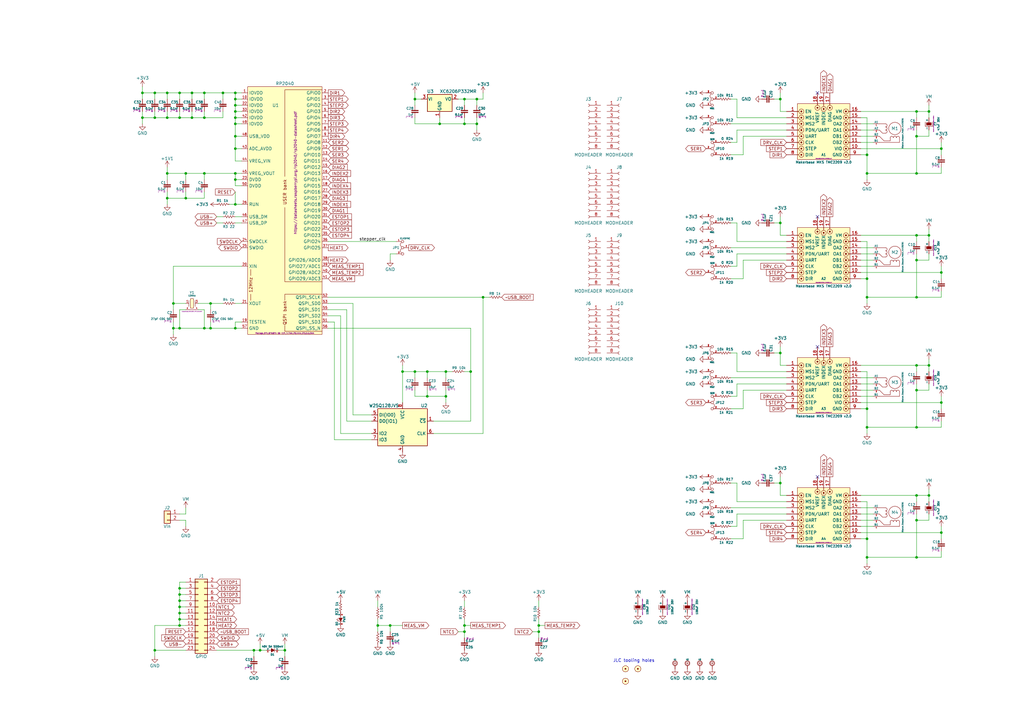
<source format=kicad_sch>
(kicad_sch (version 20210621) (generator eeschema)
  (paper "A3")
  (junction (at 58.42 38.1) (diameter 0.9144))
  (junction (at 58.42 48.26) (diameter 0.9144))
  (junction (at 63.5 38.1) (diameter 0.9144))
  (junction (at 63.5 48.26) (diameter 0.9144))
  (junction (at 63.5 266.7) (diameter 0.9144))
  (junction (at 68.58 38.1) (diameter 0.9144))
  (junction (at 68.58 48.26) (diameter 0.9144))
  (junction (at 68.58 71.12) (diameter 0.9144))
  (junction (at 68.58 81.28) (diameter 0.9144))
  (junction (at 71.12 124.46) (diameter 0.9144))
  (junction (at 71.12 134.62) (diameter 0.9144))
  (junction (at 73.66 38.1) (diameter 0.9144))
  (junction (at 73.66 48.26) (diameter 0.9144))
  (junction (at 73.66 134.62) (diameter 0.9144))
  (junction (at 73.66 241.3) (diameter 0.9144))
  (junction (at 73.66 243.84) (diameter 0.9144))
  (junction (at 73.66 246.38) (diameter 0.9144))
  (junction (at 73.66 248.92) (diameter 0.9144))
  (junction (at 73.66 251.46) (diameter 0.9144))
  (junction (at 73.66 254) (diameter 0.9144))
  (junction (at 73.66 256.54) (diameter 0.9144))
  (junction (at 76.2 71.12) (diameter 0.9144))
  (junction (at 76.2 81.28) (diameter 0.9144))
  (junction (at 78.74 38.1) (diameter 0.9144))
  (junction (at 78.74 48.26) (diameter 0.9144))
  (junction (at 83.82 38.1) (diameter 0.9144))
  (junction (at 83.82 48.26) (diameter 0.9144))
  (junction (at 83.82 71.12) (diameter 0.9144))
  (junction (at 83.82 134.62) (diameter 0.9144))
  (junction (at 86.36 124.46) (diameter 0.9144))
  (junction (at 86.36 134.62) (diameter 0.9144))
  (junction (at 91.44 38.1) (diameter 0.9144))
  (junction (at 96.52 38.1) (diameter 0.9144))
  (junction (at 96.52 40.64) (diameter 0.9144))
  (junction (at 96.52 43.18) (diameter 0.9144))
  (junction (at 96.52 45.72) (diameter 0.9144))
  (junction (at 96.52 48.26) (diameter 0.9144))
  (junction (at 96.52 50.8) (diameter 0.9144))
  (junction (at 96.52 55.88) (diameter 0.9144))
  (junction (at 96.52 60.96) (diameter 0.9144))
  (junction (at 96.52 71.12) (diameter 0.9144))
  (junction (at 96.52 73.66) (diameter 0.9144))
  (junction (at 96.52 83.82) (diameter 0.9144))
  (junction (at 96.52 134.62) (diameter 0.9144))
  (junction (at 104.14 266.7) (diameter 0.9144))
  (junction (at 106.68 266.7) (diameter 0.9144))
  (junction (at 116.84 266.7) (diameter 0.9144))
  (junction (at 154.94 256.54) (diameter 0.9144))
  (junction (at 160.02 256.54) (diameter 0.9144))
  (junction (at 165.1 152.4) (diameter 0.9144))
  (junction (at 170.18 40.64) (diameter 0.9144))
  (junction (at 170.18 152.4) (diameter 0.9144))
  (junction (at 175.26 152.4) (diameter 0.9144))
  (junction (at 175.26 162.56) (diameter 0.9144))
  (junction (at 180.34 50.8) (diameter 0.9144))
  (junction (at 182.88 152.4) (diameter 0.9144))
  (junction (at 182.88 162.56) (diameter 0.9144))
  (junction (at 190.5 40.64) (diameter 0.9144))
  (junction (at 190.5 50.8) (diameter 0.9144))
  (junction (at 190.5 256.54) (diameter 0.9144))
  (junction (at 190.5 259.08) (diameter 0.9144))
  (junction (at 193.04 152.4) (diameter 0.9144))
  (junction (at 195.58 40.64) (diameter 0.9144))
  (junction (at 195.58 50.8) (diameter 0.9144))
  (junction (at 198.12 121.92) (diameter 0.9144))
  (junction (at 220.98 256.54) (diameter 0.9144))
  (junction (at 220.98 259.08) (diameter 0.9144))
  (junction (at 320.04 40.64) (diameter 0.9144))
  (junction (at 320.04 91.44) (diameter 0.9144))
  (junction (at 320.04 144.78) (diameter 0.9144))
  (junction (at 320.04 198.12) (diameter 0.9144))
  (junction (at 355.6 63.5) (diameter 0.9144))
  (junction (at 355.6 71.12) (diameter 0.9144))
  (junction (at 355.6 114.3) (diameter 0.9144))
  (junction (at 355.6 121.92) (diameter 0.9144))
  (junction (at 355.6 167.64) (diameter 0.9144))
  (junction (at 355.6 175.26) (diameter 0.9144))
  (junction (at 355.6 220.98) (diameter 0.9144))
  (junction (at 355.6 228.6) (diameter 0.9144))
  (junction (at 375.92 45.72) (diameter 0.9144))
  (junction (at 375.92 55.88) (diameter 0.9144))
  (junction (at 375.92 71.12) (diameter 0.9144))
  (junction (at 375.92 96.52) (diameter 0.9144))
  (junction (at 375.92 106.68) (diameter 0.9144))
  (junction (at 375.92 121.92) (diameter 0.9144))
  (junction (at 375.92 149.86) (diameter 0.9144))
  (junction (at 375.92 160.02) (diameter 0.9144))
  (junction (at 375.92 175.26) (diameter 0.9144))
  (junction (at 375.92 203.2) (diameter 0.9144))
  (junction (at 375.92 213.36) (diameter 0.9144))
  (junction (at 375.92 228.6) (diameter 0.9144))
  (junction (at 381 45.72) (diameter 0.9144))
  (junction (at 381 96.52) (diameter 0.9144))
  (junction (at 381 149.86) (diameter 0.9144))
  (junction (at 381 203.2) (diameter 0.9144))
  (junction (at 386.08 60.96) (diameter 0.9144))
  (junction (at 386.08 111.76) (diameter 0.9144))
  (junction (at 386.08 165.1) (diameter 0.9144))
  (junction (at 386.08 218.44) (diameter 0.9144))
  (no_connect (at 335.28 38.1))
  (no_connect (at 335.28 88.9))
  (no_connect (at 335.28 142.24))
  (no_connect (at 335.28 195.58))
  (wire (pts (xy 58.42 35.56) (xy 58.42 38.1)))
  (wire (pts (xy 58.42 38.1) (xy 58.42 40.64)))
  (wire (pts (xy 58.42 38.1) (xy 63.5 38.1)))
  (wire (pts (xy 58.42 45.72) (xy 58.42 48.26)))
  (wire (pts (xy 58.42 48.26) (xy 58.42 50.8)))
  (wire (pts (xy 63.5 38.1) (xy 63.5 40.64)))
  (wire (pts (xy 63.5 38.1) (xy 68.58 38.1)))
  (wire (pts (xy 63.5 45.72) (xy 63.5 48.26)))
  (wire (pts (xy 63.5 48.26) (xy 58.42 48.26)))
  (wire (pts (xy 63.5 256.54) (xy 63.5 266.7)))
  (wire (pts (xy 63.5 256.54) (xy 73.66 256.54)))
  (wire (pts (xy 63.5 266.7) (xy 63.5 269.24)))
  (wire (pts (xy 63.5 266.7) (xy 76.2 266.7)))
  (wire (pts (xy 68.58 38.1) (xy 68.58 40.64)))
  (wire (pts (xy 68.58 38.1) (xy 73.66 38.1)))
  (wire (pts (xy 68.58 45.72) (xy 68.58 48.26)))
  (wire (pts (xy 68.58 48.26) (xy 63.5 48.26)))
  (wire (pts (xy 68.58 68.58) (xy 68.58 71.12)))
  (wire (pts (xy 68.58 71.12) (xy 68.58 73.66)))
  (wire (pts (xy 68.58 71.12) (xy 76.2 71.12)))
  (wire (pts (xy 68.58 81.28) (xy 68.58 78.74)))
  (wire (pts (xy 68.58 81.28) (xy 68.58 83.82)))
  (wire (pts (xy 71.12 109.22) (xy 71.12 124.46)))
  (wire (pts (xy 71.12 124.46) (xy 76.2 124.46)))
  (wire (pts (xy 71.12 127) (xy 71.12 124.46)))
  (wire (pts (xy 71.12 132.08) (xy 71.12 134.62)))
  (wire (pts (xy 71.12 134.62) (xy 71.12 137.16)))
  (wire (pts (xy 71.12 134.62) (xy 73.66 134.62)))
  (wire (pts (xy 73.66 38.1) (xy 73.66 40.64)))
  (wire (pts (xy 73.66 38.1) (xy 78.74 38.1)))
  (wire (pts (xy 73.66 45.72) (xy 73.66 48.26)))
  (wire (pts (xy 73.66 48.26) (xy 68.58 48.26)))
  (wire (pts (xy 73.66 127) (xy 73.66 134.62)))
  (wire (pts (xy 73.66 134.62) (xy 83.82 134.62)))
  (wire (pts (xy 73.66 213.36) (xy 76.2 213.36)))
  (wire (pts (xy 73.66 238.76) (xy 73.66 241.3)))
  (wire (pts (xy 73.66 241.3) (xy 73.66 243.84)))
  (wire (pts (xy 73.66 241.3) (xy 76.2 241.3)))
  (wire (pts (xy 73.66 243.84) (xy 73.66 246.38)))
  (wire (pts (xy 73.66 243.84) (xy 76.2 243.84)))
  (wire (pts (xy 73.66 246.38) (xy 73.66 248.92)))
  (wire (pts (xy 73.66 246.38) (xy 76.2 246.38)))
  (wire (pts (xy 73.66 248.92) (xy 73.66 251.46)))
  (wire (pts (xy 73.66 248.92) (xy 76.2 248.92)))
  (wire (pts (xy 73.66 251.46) (xy 73.66 254)))
  (wire (pts (xy 73.66 251.46) (xy 76.2 251.46)))
  (wire (pts (xy 73.66 254) (xy 73.66 256.54)))
  (wire (pts (xy 73.66 254) (xy 76.2 254)))
  (wire (pts (xy 73.66 256.54) (xy 76.2 256.54)))
  (wire (pts (xy 76.2 71.12) (xy 76.2 73.66)))
  (wire (pts (xy 76.2 71.12) (xy 83.82 71.12)))
  (wire (pts (xy 76.2 78.74) (xy 76.2 81.28)))
  (wire (pts (xy 76.2 81.28) (xy 68.58 81.28)))
  (wire (pts (xy 76.2 127) (xy 73.66 127)))
  (wire (pts (xy 76.2 208.28) (xy 76.2 210.82)))
  (wire (pts (xy 76.2 210.82) (xy 73.66 210.82)))
  (wire (pts (xy 76.2 213.36) (xy 76.2 215.9)))
  (wire (pts (xy 76.2 238.76) (xy 73.66 238.76)))
  (wire (pts (xy 78.74 38.1) (xy 78.74 40.64)))
  (wire (pts (xy 78.74 38.1) (xy 83.82 38.1)))
  (wire (pts (xy 78.74 45.72) (xy 78.74 48.26)))
  (wire (pts (xy 78.74 48.26) (xy 73.66 48.26)))
  (wire (pts (xy 81.28 124.46) (xy 86.36 124.46)))
  (wire (pts (xy 81.28 127) (xy 83.82 127)))
  (wire (pts (xy 83.82 38.1) (xy 83.82 40.64)))
  (wire (pts (xy 83.82 38.1) (xy 91.44 38.1)))
  (wire (pts (xy 83.82 45.72) (xy 83.82 48.26)))
  (wire (pts (xy 83.82 48.26) (xy 78.74 48.26)))
  (wire (pts (xy 83.82 71.12) (xy 83.82 73.66)))
  (wire (pts (xy 83.82 71.12) (xy 96.52 71.12)))
  (wire (pts (xy 83.82 78.74) (xy 83.82 81.28)))
  (wire (pts (xy 83.82 81.28) (xy 76.2 81.28)))
  (wire (pts (xy 83.82 127) (xy 83.82 134.62)))
  (wire (pts (xy 83.82 134.62) (xy 86.36 134.62)))
  (wire (pts (xy 86.36 124.46) (xy 86.36 127)))
  (wire (pts (xy 86.36 124.46) (xy 91.44 124.46)))
  (wire (pts (xy 86.36 132.08) (xy 86.36 134.62)))
  (wire (pts (xy 86.36 134.62) (xy 96.52 134.62)))
  (wire (pts (xy 88.9 88.9) (xy 91.44 88.9)))
  (wire (pts (xy 88.9 91.44) (xy 91.44 91.44)))
  (wire (pts (xy 88.9 266.7) (xy 104.14 266.7)))
  (wire (pts (xy 91.44 38.1) (xy 91.44 40.64)))
  (wire (pts (xy 91.44 38.1) (xy 96.52 38.1)))
  (wire (pts (xy 91.44 45.72) (xy 91.44 48.26)))
  (wire (pts (xy 91.44 48.26) (xy 83.82 48.26)))
  (wire (pts (xy 93.98 83.82) (xy 96.52 83.82)))
  (wire (pts (xy 96.52 38.1) (xy 96.52 40.64)))
  (wire (pts (xy 96.52 38.1) (xy 99.06 38.1)))
  (wire (pts (xy 96.52 40.64) (xy 96.52 43.18)))
  (wire (pts (xy 96.52 40.64) (xy 99.06 40.64)))
  (wire (pts (xy 96.52 43.18) (xy 96.52 45.72)))
  (wire (pts (xy 96.52 43.18) (xy 99.06 43.18)))
  (wire (pts (xy 96.52 45.72) (xy 96.52 48.26)))
  (wire (pts (xy 96.52 45.72) (xy 99.06 45.72)))
  (wire (pts (xy 96.52 48.26) (xy 96.52 50.8)))
  (wire (pts (xy 96.52 48.26) (xy 99.06 48.26)))
  (wire (pts (xy 96.52 50.8) (xy 96.52 55.88)))
  (wire (pts (xy 96.52 50.8) (xy 99.06 50.8)))
  (wire (pts (xy 96.52 55.88) (xy 96.52 60.96)))
  (wire (pts (xy 96.52 55.88) (xy 99.06 55.88)))
  (wire (pts (xy 96.52 60.96) (xy 96.52 66.04)))
  (wire (pts (xy 96.52 60.96) (xy 99.06 60.96)))
  (wire (pts (xy 96.52 66.04) (xy 99.06 66.04)))
  (wire (pts (xy 96.52 71.12) (xy 99.06 71.12)))
  (wire (pts (xy 96.52 73.66) (xy 96.52 71.12)))
  (wire (pts (xy 96.52 73.66) (xy 99.06 73.66)))
  (wire (pts (xy 96.52 76.2) (xy 96.52 73.66)))
  (wire (pts (xy 96.52 78.74) (xy 96.52 83.82)))
  (wire (pts (xy 96.52 83.82) (xy 99.06 83.82)))
  (wire (pts (xy 96.52 88.9) (xy 99.06 88.9)))
  (wire (pts (xy 96.52 91.44) (xy 99.06 91.44)))
  (wire (pts (xy 96.52 124.46) (xy 99.06 124.46)))
  (wire (pts (xy 96.52 132.08) (xy 96.52 134.62)))
  (wire (pts (xy 96.52 134.62) (xy 99.06 134.62)))
  (wire (pts (xy 99.06 76.2) (xy 96.52 76.2)))
  (wire (pts (xy 99.06 109.22) (xy 71.12 109.22)))
  (wire (pts (xy 99.06 132.08) (xy 96.52 132.08)))
  (wire (pts (xy 104.14 266.7) (xy 104.14 269.24)))
  (wire (pts (xy 104.14 266.7) (xy 106.68 266.7)))
  (wire (pts (xy 106.68 266.7) (xy 106.68 264.16)))
  (wire (pts (xy 106.68 266.7) (xy 109.22 266.7)))
  (wire (pts (xy 116.84 264.16) (xy 116.84 266.7)))
  (wire (pts (xy 116.84 266.7) (xy 114.3 266.7)))
  (wire (pts (xy 116.84 266.7) (xy 116.84 269.24)))
  (wire (pts (xy 134.62 99.06) (xy 162.56 99.06)))
  (wire (pts (xy 134.62 124.46) (xy 144.78 124.46)))
  (wire (pts (xy 134.62 127) (xy 142.24 127)))
  (wire (pts (xy 134.62 129.54) (xy 139.7 129.54)))
  (wire (pts (xy 134.62 132.08) (xy 137.16 132.08)))
  (wire (pts (xy 137.16 132.08) (xy 137.16 180.34)))
  (wire (pts (xy 137.16 180.34) (xy 152.4 180.34)))
  (wire (pts (xy 139.7 129.54) (xy 139.7 177.8)))
  (wire (pts (xy 139.7 177.8) (xy 152.4 177.8)))
  (wire (pts (xy 142.24 127) (xy 142.24 172.72)))
  (wire (pts (xy 142.24 172.72) (xy 152.4 172.72)))
  (wire (pts (xy 144.78 124.46) (xy 144.78 170.18)))
  (wire (pts (xy 144.78 170.18) (xy 152.4 170.18)))
  (wire (pts (xy 154.94 246.38) (xy 154.94 248.92)))
  (wire (pts (xy 154.94 254) (xy 154.94 256.54)))
  (wire (pts (xy 154.94 256.54) (xy 154.94 259.08)))
  (wire (pts (xy 160.02 104.14) (xy 160.02 106.68)))
  (wire (pts (xy 160.02 256.54) (xy 154.94 256.54)))
  (wire (pts (xy 160.02 256.54) (xy 160.02 259.08)))
  (wire (pts (xy 162.56 104.14) (xy 160.02 104.14)))
  (wire (pts (xy 165.1 149.86) (xy 165.1 152.4)))
  (wire (pts (xy 165.1 152.4) (xy 165.1 165.1)))
  (wire (pts (xy 165.1 152.4) (xy 170.18 152.4)))
  (wire (pts (xy 165.1 256.54) (xy 160.02 256.54)))
  (wire (pts (xy 170.18 38.1) (xy 170.18 40.64)))
  (wire (pts (xy 170.18 40.64) (xy 170.18 43.18)))
  (wire (pts (xy 170.18 40.64) (xy 172.72 40.64)))
  (wire (pts (xy 170.18 48.26) (xy 170.18 50.8)))
  (wire (pts (xy 170.18 50.8) (xy 180.34 50.8)))
  (wire (pts (xy 170.18 152.4) (xy 170.18 154.94)))
  (wire (pts (xy 170.18 152.4) (xy 175.26 152.4)))
  (wire (pts (xy 170.18 160.02) (xy 170.18 162.56)))
  (wire (pts (xy 170.18 162.56) (xy 175.26 162.56)))
  (wire (pts (xy 175.26 152.4) (xy 175.26 154.94)))
  (wire (pts (xy 175.26 152.4) (xy 182.88 152.4)))
  (wire (pts (xy 175.26 160.02) (xy 175.26 162.56)))
  (wire (pts (xy 175.26 162.56) (xy 182.88 162.56)))
  (wire (pts (xy 177.8 172.72) (xy 193.04 172.72)))
  (wire (pts (xy 177.8 177.8) (xy 198.12 177.8)))
  (wire (pts (xy 180.34 48.26) (xy 180.34 50.8)))
  (wire (pts (xy 180.34 50.8) (xy 190.5 50.8)))
  (wire (pts (xy 182.88 152.4) (xy 185.42 152.4)))
  (wire (pts (xy 182.88 154.94) (xy 182.88 152.4)))
  (wire (pts (xy 182.88 160.02) (xy 182.88 162.56)))
  (wire (pts (xy 182.88 162.56) (xy 182.88 165.1)))
  (wire (pts (xy 187.96 40.64) (xy 190.5 40.64)))
  (wire (pts (xy 187.96 259.08) (xy 190.5 259.08)))
  (wire (pts (xy 190.5 40.64) (xy 190.5 43.18)))
  (wire (pts (xy 190.5 48.26) (xy 190.5 50.8)))
  (wire (pts (xy 190.5 50.8) (xy 195.58 50.8)))
  (wire (pts (xy 190.5 152.4) (xy 193.04 152.4)))
  (wire (pts (xy 190.5 246.38) (xy 190.5 248.92)))
  (wire (pts (xy 190.5 254) (xy 190.5 256.54)))
  (wire (pts (xy 190.5 256.54) (xy 190.5 259.08)))
  (wire (pts (xy 190.5 256.54) (xy 193.04 256.54)))
  (wire (pts (xy 190.5 259.08) (xy 190.5 261.62)))
  (wire (pts (xy 193.04 134.62) (xy 134.62 134.62)))
  (wire (pts (xy 193.04 152.4) (xy 193.04 134.62)))
  (wire (pts (xy 193.04 172.72) (xy 193.04 152.4)))
  (wire (pts (xy 195.58 40.64) (xy 190.5 40.64)))
  (wire (pts (xy 195.58 43.18) (xy 195.58 40.64)))
  (wire (pts (xy 195.58 48.26) (xy 195.58 50.8)))
  (wire (pts (xy 195.58 50.8) (xy 195.58 53.34)))
  (wire (pts (xy 198.12 38.1) (xy 198.12 40.64)))
  (wire (pts (xy 198.12 40.64) (xy 195.58 40.64)))
  (wire (pts (xy 198.12 121.92) (xy 134.62 121.92)))
  (wire (pts (xy 198.12 121.92) (xy 200.66 121.92)))
  (wire (pts (xy 198.12 177.8) (xy 198.12 121.92)))
  (wire (pts (xy 218.44 259.08) (xy 220.98 259.08)))
  (wire (pts (xy 220.98 246.38) (xy 220.98 248.92)))
  (wire (pts (xy 220.98 254) (xy 220.98 256.54)))
  (wire (pts (xy 220.98 256.54) (xy 220.98 259.08)))
  (wire (pts (xy 220.98 256.54) (xy 223.52 256.54)))
  (wire (pts (xy 220.98 259.08) (xy 220.98 261.62)))
  (wire (pts (xy 299.72 40.64) (xy 302.26 40.64)))
  (wire (pts (xy 299.72 50.8) (xy 322.58 50.8)))
  (wire (pts (xy 299.72 63.5) (xy 304.8 63.5)))
  (wire (pts (xy 299.72 91.44) (xy 302.26 91.44)))
  (wire (pts (xy 299.72 101.6) (xy 322.58 101.6)))
  (wire (pts (xy 299.72 109.22) (xy 302.26 109.22)))
  (wire (pts (xy 299.72 144.78) (xy 302.26 144.78)))
  (wire (pts (xy 299.72 154.94) (xy 322.58 154.94)))
  (wire (pts (xy 299.72 167.64) (xy 304.8 167.64)))
  (wire (pts (xy 299.72 198.12) (xy 302.26 198.12)))
  (wire (pts (xy 299.72 208.28) (xy 322.58 208.28)))
  (wire (pts (xy 299.72 215.9) (xy 302.26 215.9)))
  (wire (pts (xy 302.26 40.64) (xy 302.26 48.26)))
  (wire (pts (xy 302.26 48.26) (xy 322.58 48.26)))
  (wire (pts (xy 302.26 53.34) (xy 302.26 58.42)))
  (wire (pts (xy 302.26 58.42) (xy 299.72 58.42)))
  (wire (pts (xy 302.26 91.44) (xy 302.26 99.06)))
  (wire (pts (xy 302.26 99.06) (xy 322.58 99.06)))
  (wire (pts (xy 302.26 104.14) (xy 322.58 104.14)))
  (wire (pts (xy 302.26 109.22) (xy 302.26 104.14)))
  (wire (pts (xy 302.26 144.78) (xy 302.26 152.4)))
  (wire (pts (xy 302.26 152.4) (xy 322.58 152.4)))
  (wire (pts (xy 302.26 157.48) (xy 302.26 162.56)))
  (wire (pts (xy 302.26 162.56) (xy 299.72 162.56)))
  (wire (pts (xy 302.26 198.12) (xy 302.26 205.74)))
  (wire (pts (xy 302.26 205.74) (xy 322.58 205.74)))
  (wire (pts (xy 302.26 210.82) (xy 322.58 210.82)))
  (wire (pts (xy 302.26 215.9) (xy 302.26 210.82)))
  (wire (pts (xy 304.8 55.88) (xy 322.58 55.88)))
  (wire (pts (xy 304.8 63.5) (xy 304.8 55.88)))
  (wire (pts (xy 304.8 106.68) (xy 304.8 114.3)))
  (wire (pts (xy 304.8 114.3) (xy 299.72 114.3)))
  (wire (pts (xy 304.8 160.02) (xy 322.58 160.02)))
  (wire (pts (xy 304.8 167.64) (xy 304.8 160.02)))
  (wire (pts (xy 304.8 213.36) (xy 304.8 220.98)))
  (wire (pts (xy 304.8 220.98) (xy 299.72 220.98)))
  (wire (pts (xy 317.5 40.64) (xy 320.04 40.64)))
  (wire (pts (xy 317.5 91.44) (xy 320.04 91.44)))
  (wire (pts (xy 317.5 144.78) (xy 320.04 144.78)))
  (wire (pts (xy 317.5 198.12) (xy 320.04 198.12)))
  (wire (pts (xy 320.04 40.64) (xy 320.04 38.1)))
  (wire (pts (xy 320.04 45.72) (xy 320.04 40.64)))
  (wire (pts (xy 320.04 91.44) (xy 320.04 88.9)))
  (wire (pts (xy 320.04 96.52) (xy 320.04 91.44)))
  (wire (pts (xy 320.04 144.78) (xy 320.04 142.24)))
  (wire (pts (xy 320.04 149.86) (xy 320.04 144.78)))
  (wire (pts (xy 320.04 198.12) (xy 320.04 195.58)))
  (wire (pts (xy 320.04 203.2) (xy 320.04 198.12)))
  (wire (pts (xy 322.58 45.72) (xy 320.04 45.72)))
  (wire (pts (xy 322.58 53.34) (xy 302.26 53.34)))
  (wire (pts (xy 322.58 96.52) (xy 320.04 96.52)))
  (wire (pts (xy 322.58 106.68) (xy 304.8 106.68)))
  (wire (pts (xy 322.58 149.86) (xy 320.04 149.86)))
  (wire (pts (xy 322.58 157.48) (xy 302.26 157.48)))
  (wire (pts (xy 322.58 203.2) (xy 320.04 203.2)))
  (wire (pts (xy 322.58 213.36) (xy 304.8 213.36)))
  (wire (pts (xy 353.06 45.72) (xy 375.92 45.72)))
  (wire (pts (xy 353.06 60.96) (xy 386.08 60.96)))
  (wire (pts (xy 353.06 63.5) (xy 355.6 63.5)))
  (wire (pts (xy 353.06 96.52) (xy 375.92 96.52)))
  (wire (pts (xy 353.06 111.76) (xy 386.08 111.76)))
  (wire (pts (xy 353.06 114.3) (xy 355.6 114.3)))
  (wire (pts (xy 353.06 149.86) (xy 375.92 149.86)))
  (wire (pts (xy 353.06 165.1) (xy 386.08 165.1)))
  (wire (pts (xy 353.06 167.64) (xy 355.6 167.64)))
  (wire (pts (xy 353.06 203.2) (xy 375.92 203.2)))
  (wire (pts (xy 353.06 218.44) (xy 386.08 218.44)))
  (wire (pts (xy 353.06 220.98) (xy 355.6 220.98)))
  (wire (pts (xy 355.6 48.26) (xy 353.06 48.26)))
  (wire (pts (xy 355.6 63.5) (xy 355.6 48.26)))
  (wire (pts (xy 355.6 71.12) (xy 355.6 63.5)))
  (wire (pts (xy 355.6 71.12) (xy 375.92 71.12)))
  (wire (pts (xy 355.6 73.66) (xy 355.6 71.12)))
  (wire (pts (xy 355.6 99.06) (xy 353.06 99.06)))
  (wire (pts (xy 355.6 114.3) (xy 355.6 99.06)))
  (wire (pts (xy 355.6 121.92) (xy 355.6 114.3)))
  (wire (pts (xy 355.6 121.92) (xy 375.92 121.92)))
  (wire (pts (xy 355.6 124.46) (xy 355.6 121.92)))
  (wire (pts (xy 355.6 152.4) (xy 353.06 152.4)))
  (wire (pts (xy 355.6 167.64) (xy 355.6 152.4)))
  (wire (pts (xy 355.6 175.26) (xy 355.6 167.64)))
  (wire (pts (xy 355.6 175.26) (xy 375.92 175.26)))
  (wire (pts (xy 355.6 177.8) (xy 355.6 175.26)))
  (wire (pts (xy 355.6 205.74) (xy 353.06 205.74)))
  (wire (pts (xy 355.6 220.98) (xy 355.6 205.74)))
  (wire (pts (xy 355.6 228.6) (xy 355.6 220.98)))
  (wire (pts (xy 355.6 228.6) (xy 375.92 228.6)))
  (wire (pts (xy 355.6 231.14) (xy 355.6 228.6)))
  (wire (pts (xy 358.14 50.8) (xy 353.06 50.8)))
  (wire (pts (xy 358.14 53.34) (xy 353.06 53.34)))
  (wire (pts (xy 358.14 55.88) (xy 353.06 55.88)))
  (wire (pts (xy 358.14 58.42) (xy 353.06 58.42)))
  (wire (pts (xy 358.14 101.6) (xy 353.06 101.6)))
  (wire (pts (xy 358.14 104.14) (xy 353.06 104.14)))
  (wire (pts (xy 358.14 106.68) (xy 353.06 106.68)))
  (wire (pts (xy 358.14 109.22) (xy 353.06 109.22)))
  (wire (pts (xy 358.14 154.94) (xy 353.06 154.94)))
  (wire (pts (xy 358.14 157.48) (xy 353.06 157.48)))
  (wire (pts (xy 358.14 160.02) (xy 353.06 160.02)))
  (wire (pts (xy 358.14 162.56) (xy 353.06 162.56)))
  (wire (pts (xy 358.14 208.28) (xy 353.06 208.28)))
  (wire (pts (xy 358.14 210.82) (xy 353.06 210.82)))
  (wire (pts (xy 358.14 213.36) (xy 353.06 213.36)))
  (wire (pts (xy 358.14 215.9) (xy 353.06 215.9)))
  (wire (pts (xy 375.92 45.72) (xy 375.92 48.26)))
  (wire (pts (xy 375.92 45.72) (xy 381 45.72)))
  (wire (pts (xy 375.92 53.34) (xy 375.92 55.88)))
  (wire (pts (xy 375.92 55.88) (xy 375.92 71.12)))
  (wire (pts (xy 375.92 55.88) (xy 381 55.88)))
  (wire (pts (xy 375.92 71.12) (xy 386.08 71.12)))
  (wire (pts (xy 375.92 96.52) (xy 375.92 99.06)))
  (wire (pts (xy 375.92 96.52) (xy 381 96.52)))
  (wire (pts (xy 375.92 104.14) (xy 375.92 106.68)))
  (wire (pts (xy 375.92 106.68) (xy 375.92 121.92)))
  (wire (pts (xy 375.92 106.68) (xy 381 106.68)))
  (wire (pts (xy 375.92 121.92) (xy 386.08 121.92)))
  (wire (pts (xy 375.92 149.86) (xy 375.92 152.4)))
  (wire (pts (xy 375.92 149.86) (xy 381 149.86)))
  (wire (pts (xy 375.92 157.48) (xy 375.92 160.02)))
  (wire (pts (xy 375.92 160.02) (xy 375.92 175.26)))
  (wire (pts (xy 375.92 160.02) (xy 381 160.02)))
  (wire (pts (xy 375.92 175.26) (xy 386.08 175.26)))
  (wire (pts (xy 375.92 203.2) (xy 375.92 205.74)))
  (wire (pts (xy 375.92 203.2) (xy 381 203.2)))
  (wire (pts (xy 375.92 210.82) (xy 375.92 213.36)))
  (wire (pts (xy 375.92 213.36) (xy 375.92 228.6)))
  (wire (pts (xy 375.92 213.36) (xy 381 213.36)))
  (wire (pts (xy 375.92 228.6) (xy 386.08 228.6)))
  (wire (pts (xy 381 43.18) (xy 381 45.72)))
  (wire (pts (xy 381 45.72) (xy 381 48.26)))
  (wire (pts (xy 381 55.88) (xy 381 53.34)))
  (wire (pts (xy 381 93.98) (xy 381 96.52)))
  (wire (pts (xy 381 96.52) (xy 381 99.06)))
  (wire (pts (xy 381 106.68) (xy 381 104.14)))
  (wire (pts (xy 381 147.32) (xy 381 149.86)))
  (wire (pts (xy 381 149.86) (xy 381 152.4)))
  (wire (pts (xy 381 160.02) (xy 381 157.48)))
  (wire (pts (xy 381 200.66) (xy 381 203.2)))
  (wire (pts (xy 381 203.2) (xy 381 205.74)))
  (wire (pts (xy 381 213.36) (xy 381 210.82)))
  (wire (pts (xy 386.08 58.42) (xy 386.08 60.96)))
  (wire (pts (xy 386.08 60.96) (xy 386.08 63.5)))
  (wire (pts (xy 386.08 68.58) (xy 386.08 71.12)))
  (wire (pts (xy 386.08 109.22) (xy 386.08 111.76)))
  (wire (pts (xy 386.08 111.76) (xy 386.08 114.3)))
  (wire (pts (xy 386.08 119.38) (xy 386.08 121.92)))
  (wire (pts (xy 386.08 162.56) (xy 386.08 165.1)))
  (wire (pts (xy 386.08 165.1) (xy 386.08 167.64)))
  (wire (pts (xy 386.08 172.72) (xy 386.08 175.26)))
  (wire (pts (xy 386.08 215.9) (xy 386.08 218.44)))
  (wire (pts (xy 386.08 218.44) (xy 386.08 220.98)))
  (wire (pts (xy 386.08 226.06) (xy 386.08 228.6)))
  (text "JLC tooling holes" (at 251.46 271.78 0) (effects (font (size 1.27 1.27)) (justify left bottom)))
  (label "stepper_clk" (at 147.32 99.06 0))
  (global_label "RESET" (shape input) (at 76.2 259.08 180) (property "Intersheet References" "${INTERSHEET_REFS}" (effects hide)))
  (global_label "SWDCLK" (shape input) (at 76.2 261.62 180) (property "Intersheet References" "${INTERSHEET_REFS}" (effects hide)))
  (global_label "USB-" (shape bidirectional) (at 76.2 264.16 180) (property "Intersheet References" "${INTERSHEET_REFS}" (effects hide)))
  (global_label "USB-" (shape bidirectional) (at 88.9 88.9 180) (property "Intersheet References" "${INTERSHEET_REFS}" (effects hide)))
  (global_label "USB+" (shape bidirectional) (at 88.9 91.44 180) (property "Intersheet References" "${INTERSHEET_REFS}" (effects hide)))
  (global_label "ESTOP1" (shape input) (at 88.9 238.76 0) (property "Intersheet References" "${INTERSHEET_REFS}" (effects hide)))
  (global_label "ESTOP2" (shape input) (at 88.9 241.3 0) (property "Intersheet References" "${INTERSHEET_REFS}" (effects hide)))
  (global_label "ESTOP3" (shape input) (at 88.9 243.84 0) (property "Intersheet References" "${INTERSHEET_REFS}" (effects hide)))
  (global_label "ESTOP4" (shape input) (at 88.9 246.38 0) (property "Intersheet References" "${INTERSHEET_REFS}" (effects hide)))
  (global_label "NTC1" (shape output) (at 88.9 248.92 0) (property "Intersheet References" "${INTERSHEET_REFS}" (effects hide)))
  (global_label "NTC2" (shape output) (at 88.9 251.46 0) (property "Intersheet References" "${INTERSHEET_REFS}" (effects hide)))
  (global_label "HEAT1" (shape output) (at 88.9 254 0) (property "Intersheet References" "${INTERSHEET_REFS}" (effects hide)))
  (global_label "HEAT2" (shape output) (at 88.9 256.54 0) (property "Intersheet References" "${INTERSHEET_REFS}" (effects hide)))
  (global_label "~USB_BOOT" (shape input) (at 88.9 259.08 0) (property "Intersheet References" "${INTERSHEET_REFS}" (effects hide)))
  (global_label "SWDIO" (shape bidirectional) (at 88.9 261.62 0) (property "Intersheet References" "${INTERSHEET_REFS}" (effects hide)))
  (global_label "USB+" (shape bidirectional) (at 88.9 264.16 0) (property "Intersheet References" "${INTERSHEET_REFS}" (effects hide)))
  (global_label "RESET" (shape input) (at 96.52 78.74 180) (property "Intersheet References" "${INTERSHEET_REFS}" (effects hide)))
  (global_label "SWDCLK" (shape input) (at 99.06 99.06 180) (property "Intersheet References" "${INTERSHEET_REFS}" (effects hide)))
  (global_label "SWDIO" (shape bidirectional) (at 99.06 101.6 180) (property "Intersheet References" "${INTERSHEET_REFS}" (effects hide)))
  (global_label "DIR1" (shape output) (at 134.62 38.1 0) (property "Intersheet References" "${INTERSHEET_REFS}" (effects hide)))
  (global_label "STEP1" (shape output) (at 134.62 40.64 0) (property "Intersheet References" "${INTERSHEET_REFS}" (effects hide)))
  (global_label "STEP2" (shape output) (at 134.62 43.18 0) (property "Intersheet References" "${INTERSHEET_REFS}" (effects hide)))
  (global_label "DIR2" (shape output) (at 134.62 45.72 0) (property "Intersheet References" "${INTERSHEET_REFS}" (effects hide)))
  (global_label "DIR3" (shape output) (at 134.62 48.26 0) (property "Intersheet References" "${INTERSHEET_REFS}" (effects hide)))
  (global_label "STEP3" (shape output) (at 134.62 50.8 0) (property "Intersheet References" "${INTERSHEET_REFS}" (effects hide)))
  (global_label "STEP4" (shape output) (at 134.62 53.34 0) (property "Intersheet References" "${INTERSHEET_REFS}" (effects hide)))
  (global_label "DIR4" (shape output) (at 134.62 55.88 0) (property "Intersheet References" "${INTERSHEET_REFS}" (effects hide)))
  (global_label "SER2" (shape bidirectional) (at 134.62 58.42 0) (property "Intersheet References" "${INTERSHEET_REFS}" (effects hide)))
  (global_label "SER1" (shape bidirectional) (at 134.62 60.96 0) (property "Intersheet References" "${INTERSHEET_REFS}" (effects hide)))
  (global_label "SER3" (shape bidirectional) (at 134.62 63.5 0) (property "Intersheet References" "${INTERSHEET_REFS}" (effects hide)))
  (global_label "SER4" (shape bidirectional) (at 134.62 66.04 0) (property "Intersheet References" "${INTERSHEET_REFS}" (effects hide)))
  (global_label "DIAG2" (shape input) (at 134.62 68.58 0) (property "Intersheet References" "${INTERSHEET_REFS}" (effects hide)))
  (global_label "INDEX2" (shape input) (at 134.62 71.12 0) (property "Intersheet References" "${INTERSHEET_REFS}" (effects hide)))
  (global_label "DIAG4" (shape input) (at 134.62 73.66 0) (property "Intersheet References" "${INTERSHEET_REFS}" (effects hide)))
  (global_label "INDEX4" (shape input) (at 134.62 76.2 0) (property "Intersheet References" "${INTERSHEET_REFS}" (effects hide)))
  (global_label "INDEX3" (shape input) (at 134.62 78.74 0) (property "Intersheet References" "${INTERSHEET_REFS}" (effects hide)))
  (global_label "DIAG3" (shape input) (at 134.62 81.28 0) (property "Intersheet References" "${INTERSHEET_REFS}" (effects hide)))
  (global_label "INDEX1" (shape input) (at 134.62 83.82 0) (property "Intersheet References" "${INTERSHEET_REFS}" (effects hide)))
  (global_label "DIAG1" (shape input) (at 134.62 86.36 0) (property "Intersheet References" "${INTERSHEET_REFS}" (effects hide)))
  (global_label "ESTOP1" (shape input) (at 134.62 88.9 0) (property "Intersheet References" "${INTERSHEET_REFS}" (effects hide)))
  (global_label "ESTOP2" (shape input) (at 134.62 91.44 0) (property "Intersheet References" "${INTERSHEET_REFS}" (effects hide)))
  (global_label "ESTOP3" (shape input) (at 134.62 93.98 0) (property "Intersheet References" "${INTERSHEET_REFS}" (effects hide)))
  (global_label "ESTOP4" (shape input) (at 134.62 96.52 0) (property "Intersheet References" "${INTERSHEET_REFS}" (effects hide)))
  (global_label "HEAT1" (shape output) (at 134.62 101.6 0) (property "Intersheet References" "${INTERSHEET_REFS}" (effects hide)))
  (global_label "HEAT2" (shape output) (at 134.62 106.68 0) (property "Intersheet References" "${INTERSHEET_REFS}" (effects hide)))
  (global_label "MEAS_TEMP1" (shape input) (at 134.62 109.22 0) (property "Intersheet References" "${INTERSHEET_REFS}" (effects hide)))
  (global_label "MEAS_TEMP2" (shape input) (at 134.62 111.76 0) (property "Intersheet References" "${INTERSHEET_REFS}" (effects hide)))
  (global_label "MEAS_VM" (shape input) (at 134.62 114.3 0) (property "Intersheet References" "${INTERSHEET_REFS}" (effects hide)))
  (global_label "MEAS_VM" (shape output) (at 165.1 256.54 0) (property "Intersheet References" "${INTERSHEET_REFS}" (effects hide)))
  (global_label "DRV_CLK" (shape output) (at 167.64 101.6 0) (property "Intersheet References" "${INTERSHEET_REFS}" (effects hide)))
  (global_label "NTC1" (shape input) (at 187.96 259.08 180) (property "Intersheet References" "${INTERSHEET_REFS}" (effects hide)))
  (global_label "MEAS_TEMP1" (shape output) (at 193.04 256.54 0) (property "Intersheet References" "${INTERSHEET_REFS}" (effects hide)))
  (global_label "~USB_BOOT" (shape input) (at 205.74 121.92 0) (property "Intersheet References" "${INTERSHEET_REFS}" (effects hide)))
  (global_label "NTC2" (shape input) (at 218.44 259.08 180) (property "Intersheet References" "${INTERSHEET_REFS}" (effects hide)))
  (global_label "MEAS_TEMP2" (shape output) (at 223.52 256.54 0) (property "Intersheet References" "${INTERSHEET_REFS}" (effects hide)))
  (global_label "SER1" (shape bidirectional) (at 289.56 60.96 180) (property "Intersheet References" "${INTERSHEET_REFS}" (effects hide)))
  (global_label "SER2" (shape bidirectional) (at 289.56 111.76 180) (property "Intersheet References" "${INTERSHEET_REFS}" (effects hide)))
  (global_label "SER3" (shape bidirectional) (at 289.56 165.1 180) (property "Intersheet References" "${INTERSHEET_REFS}" (effects hide)))
  (global_label "SER4" (shape bidirectional) (at 289.56 218.44 180) (property "Intersheet References" "${INTERSHEET_REFS}" (effects hide)))
  (global_label "DRV_CLK" (shape input) (at 322.58 58.42 180) (property "Intersheet References" "${INTERSHEET_REFS}" (effects hide)))
  (global_label "STEP1" (shape input) (at 322.58 60.96 180) (property "Intersheet References" "${INTERSHEET_REFS}" (effects hide)))
  (global_label "DIR1" (shape input) (at 322.58 63.5 180) (property "Intersheet References" "${INTERSHEET_REFS}" (effects hide)))
  (global_label "DRV_CLK" (shape input) (at 322.58 109.22 180) (property "Intersheet References" "${INTERSHEET_REFS}" (effects hide)))
  (global_label "STEP2" (shape input) (at 322.58 111.76 180) (property "Intersheet References" "${INTERSHEET_REFS}" (effects hide)))
  (global_label "DIR2" (shape input) (at 322.58 114.3 180) (property "Intersheet References" "${INTERSHEET_REFS}" (effects hide)))
  (global_label "DRV_CLK" (shape input) (at 322.58 162.56 180) (property "Intersheet References" "${INTERSHEET_REFS}" (effects hide)))
  (global_label "STEP3" (shape input) (at 322.58 165.1 180) (property "Intersheet References" "${INTERSHEET_REFS}" (effects hide)))
  (global_label "DIR3" (shape input) (at 322.58 167.64 180) (property "Intersheet References" "${INTERSHEET_REFS}" (effects hide)))
  (global_label "DRV_CLK" (shape input) (at 322.58 215.9 180) (property "Intersheet References" "${INTERSHEET_REFS}" (effects hide)))
  (global_label "STEP4" (shape input) (at 322.58 218.44 180) (property "Intersheet References" "${INTERSHEET_REFS}" (effects hide)))
  (global_label "DIR4" (shape input) (at 322.58 220.98 180) (property "Intersheet References" "${INTERSHEET_REFS}" (effects hide)))
  (global_label "INDEX1" (shape output) (at 337.82 38.1 90) (property "Intersheet References" "${INTERSHEET_REFS}" (effects hide)))
  (global_label "INDEX2" (shape output) (at 337.82 88.9 90) (property "Intersheet References" "${INTERSHEET_REFS}" (effects hide)))
  (global_label "INDEX3" (shape output) (at 337.82 142.24 90) (property "Intersheet References" "${INTERSHEET_REFS}" (effects hide)))
  (global_label "INDEX4" (shape output) (at 337.82 195.58 90) (property "Intersheet References" "${INTERSHEET_REFS}" (effects hide)))
  (global_label "DIAG1" (shape output) (at 340.36 38.1 90) (property "Intersheet References" "${INTERSHEET_REFS}" (effects hide)))
  (global_label "DIAG2" (shape output) (at 340.36 88.9 90) (property "Intersheet References" "${INTERSHEET_REFS}" (effects hide)))
  (global_label "DIAG3" (shape output) (at 340.36 142.24 90) (property "Intersheet References" "${INTERSHEET_REFS}" (effects hide)))
  (global_label "DIAG4" (shape output) (at 340.36 195.58 90) (property "Intersheet References" "${INTERSHEET_REFS}" (effects hide)))
  (symbol (lib_id "power:+3.3V") (at 58.42 35.56 0) (unit 1)
    (property "Reference" "#PWR0111" (effects hide))
    (property "Value" "+3.3V" (at 58.42 32.004 0))
  )
  (symbol (lib_id "power:+1V1") (at 68.58 68.58 0) (unit 1)
    (property "Reference" "#PWR0112" (effects hide))
    (property "Value" "+1V1" (at 68.58 65.024 0))
  )
  (symbol (lib_id "RobotProtos:VM") (at 76.2 208.28 0) (unit 1)
    (property "Reference" "#PWR0103" (effects hide))
    (property "Value" "VM" (at 76.2 204.724 0))
  )
  (symbol (lib_id "power:+3.3V") (at 88.9 83.82 90) (unit 1)
    (property "Reference" "#PWR0113" (effects hide))
    (property "Value" "+3.3V" (at 82.804 83.82 90))
  )
  (symbol (lib_id "power:+5V") (at 106.68 264.16 0) (unit 1)
    (property "Reference" "#PWR0136" (effects hide))
    (property "Value" "+5V" (at 106.68 260.604 0))
  )
  (symbol (lib_id "RobotProtos:VM") (at 116.84 264.16 0) (unit 1)
    (property "Reference" "#PWR0137" (effects hide))
    (property "Value" "VM" (at 116.84 260.604 0))
  )
  (symbol (lib_id "power:+5V") (at 139.7 246.38 0) (unit 1)
    (property "Reference" "#PWR01" (effects hide))
    (property "Value" "+5V" (at 139.7 242.824 0))
  )
  (symbol (lib_id "RobotProtos:VM") (at 154.94 246.38 0) (mirror y) (unit 1)
    (property "Reference" "#PWR0130" (effects hide))
    (property "Value" "VM" (at 154.94 242.824 0))
  )
  (symbol (lib_id "power:+3.3V") (at 165.1 149.86 0) (unit 1)
    (property "Reference" "#PWR0129" (effects hide))
    (property "Value" "+3.3V" (at 165.1 146.304 0))
  )
  (symbol (lib_id "power:+5V") (at 170.18 38.1 0) (unit 1)
    (property "Reference" "#PWR0142" (effects hide))
    (property "Value" "+5V" (at 170.18 34.544 0))
  )
  (symbol (lib_id "power:+3.3V") (at 190.5 246.38 0) (unit 1)
    (property "Reference" "#PWR0108" (effects hide))
    (property "Value" "+3.3V" (at 190.5 242.824 0))
  )
  (symbol (lib_id "power:+3.3V") (at 198.12 38.1 0) (unit 1)
    (property "Reference" "#PWR0144" (effects hide))
    (property "Value" "+3.3V" (at 198.12 34.544 0))
  )
  (symbol (lib_id "power:+3.3V") (at 220.98 246.38 0) (unit 1)
    (property "Reference" "#PWR0134" (effects hide))
    (property "Value" "+3.3V" (at 220.98 242.824 0))
  )
  (symbol (lib_id "RobotProtos:VM") (at 261.62 246.38 0) (unit 1)
    (property "Reference" "#PWR0172" (effects hide))
    (property "Value" "VM" (at 261.62 242.824 0))
  )
  (symbol (lib_id "RobotProtos:VM") (at 271.78 246.38 0) (unit 1)
    (property "Reference" "#PWR0171" (effects hide))
    (property "Value" "VM" (at 271.78 242.824 0))
  )
  (symbol (lib_id "RobotProtos:VM") (at 281.94 246.38 0) (unit 1)
    (property "Reference" "#PWR0170" (effects hide))
    (property "Value" "VM" (at 281.94 242.824 0))
  )
  (symbol (lib_id "power:+3.3V") (at 289.56 38.1 90) (unit 1)
    (property "Reference" "#PWR0161" (effects hide))
    (property "Value" "+3.3V" (at 283.464 38.1 90))
  )
  (symbol (lib_id "power:+3.3V") (at 289.56 48.26 90) (unit 1)
    (property "Reference" "#PWR0159" (effects hide))
    (property "Value" "+3.3V" (at 283.464 48.26 90))
  )
  (symbol (lib_id "power:+3.3V") (at 289.56 88.9 90) (unit 1)
    (property "Reference" "#PWR0167" (effects hide))
    (property "Value" "+3.3V" (at 283.464 88.9 90))
  )
  (symbol (lib_id "power:+3.3V") (at 289.56 99.06 90) (unit 1)
    (property "Reference" "#PWR0166" (effects hide))
    (property "Value" "+3.3V" (at 283.464 99.06 90))
  )
  (symbol (lib_id "power:+3.3V") (at 289.56 142.24 90) (unit 1)
    (property "Reference" "#PWR0124" (effects hide))
    (property "Value" "+3.3V" (at 283.464 142.24 90))
  )
  (symbol (lib_id "power:+3.3V") (at 289.56 152.4 90) (unit 1)
    (property "Reference" "#PWR0150" (effects hide))
    (property "Value" "+3.3V" (at 283.464 152.4 90))
  )
  (symbol (lib_id "power:+3.3V") (at 289.56 195.58 90) (unit 1)
    (property "Reference" "#PWR0152" (effects hide))
    (property "Value" "+3.3V" (at 283.464 195.58 90))
  )
  (symbol (lib_id "power:+3.3V") (at 289.56 205.74 90) (unit 1)
    (property "Reference" "#PWR0153" (effects hide))
    (property "Value" "+3.3V" (at 283.464 205.74 90))
  )
  (symbol (lib_id "power:+3.3V") (at 320.04 38.1 0) (unit 1)
    (property "Reference" "#PWR0105" (effects hide))
    (property "Value" "+3.3V" (at 320.04 34.544 0))
  )
  (symbol (lib_id "power:+3.3V") (at 320.04 88.9 0) (unit 1)
    (property "Reference" "#PWR0157" (effects hide))
    (property "Value" "+3.3V" (at 320.04 85.344 0))
  )
  (symbol (lib_id "power:+3.3V") (at 320.04 142.24 0) (unit 1)
    (property "Reference" "#PWR0115" (effects hide))
    (property "Value" "+3.3V" (at 320.04 138.684 0))
  )
  (symbol (lib_id "power:+3.3V") (at 320.04 195.58 0) (unit 1)
    (property "Reference" "#PWR0156" (effects hide))
    (property "Value" "+3.3V" (at 320.04 192.024 0))
  )
  (symbol (lib_id "RobotProtos:VM") (at 381 43.18 0) (unit 1)
    (property "Reference" "#PWR0106" (effects hide))
    (property "Value" "VM" (at 381 39.624 0))
  )
  (symbol (lib_id "RobotProtos:VM") (at 381 93.98 0) (unit 1)
    (property "Reference" "#PWR0116" (effects hide))
    (property "Value" "VM" (at 381 90.424 0))
  )
  (symbol (lib_id "RobotProtos:VM") (at 381 147.32 0) (unit 1)
    (property "Reference" "#PWR0125" (effects hide))
    (property "Value" "VM" (at 381 143.764 0))
  )
  (symbol (lib_id "RobotProtos:VM") (at 381 200.66 0) (unit 1)
    (property "Reference" "#PWR0121" (effects hide))
    (property "Value" "VM" (at 381 197.104 0))
  )
  (symbol (lib_id "power:+3.3V") (at 386.08 58.42 0) (unit 1)
    (property "Reference" "#PWR0102" (effects hide))
    (property "Value" "+3.3V" (at 386.08 54.864 0))
  )
  (symbol (lib_id "power:+3.3V") (at 386.08 109.22 0) (unit 1)
    (property "Reference" "#PWR0118" (effects hide))
    (property "Value" "+3.3V" (at 386.08 105.664 0))
  )
  (symbol (lib_id "power:+3.3V") (at 386.08 162.56 0) (unit 1)
    (property "Reference" "#PWR0126" (effects hide))
    (property "Value" "+3.3V" (at 386.08 159.004 0))
  )
  (symbol (lib_id "power:+3.3V") (at 386.08 215.9 0) (unit 1)
    (property "Reference" "#PWR0119" (effects hide))
    (property "Value" "+3.3V" (at 386.08 212.344 0))
  )
  (symbol (lib_id "RobotProtos:RSMALL") (at 91.44 83.82 270) (unit 1)
    (property "Reference" "R1" (at 90.932 82.296 90) (effects (font (size 0.9906 0.9906)) (justify right)))
    (property "Value" "1k" (at 91.694 82.296 90) (effects (font (size 0.9906 0.9906)) (justify left)))
    (property "Footprint" "Resistor_SMD:1005_C" (effects hide))
    (property "USD_per_1000" "0,024" (effects hide))
    (property "USD_per_1" "0,08" (effects hide))
    (property "MPN" "0402WGF1001TCE" (effects hide))
    (property "JLCPCB Part" "C11702" (effects hide))
  )
  (symbol (lib_id "RobotProtos:RSMALL") (at 93.98 88.9 270) (unit 1)
    (property "Reference" "R2" (at 93.472 87.376 90) (effects (font (size 0.9906 0.9906)) (justify right)))
    (property "Value" "22" (at 94.234 87.376 90) (effects (font (size 0.9906 0.9906)) (justify left)))
    (property "Footprint" "Resistor_SMD:1005_C" (effects hide))
    (property "USD_per_1000" "0,024" (effects hide))
    (property "USD_per_1" "0,08" (effects hide))
    (property "MPN" "0402WGF220JTCE" (effects hide))
    (property "JLCPCB Part" "C25092" (effects hide))
  )
  (symbol (lib_id "RobotProtos:RSMALL") (at 93.98 91.44 270) (mirror x) (unit 1)
    (property "Reference" "R3" (at 93.472 92.964 90) (effects (font (size 0.9906 0.9906)) (justify right)))
    (property "Value" "22" (at 94.234 92.964 90) (effects (font (size 0.9906 0.9906)) (justify left)))
    (property "Footprint" "Resistor_SMD:1005_C" (effects hide))
    (property "USD_per_1000" "0,024" (effects hide))
    (property "USD_per_1" "0,08" (effects hide))
    (property "MPN" "0402WGF220JTCE" (effects hide))
    (property "JLCPCB Part" "C25092" (effects hide))
  )
  (symbol (lib_id "RobotProtos:RSMALL") (at 93.98 124.46 270) (unit 1)
    (property "Reference" "R4" (at 93.472 122.936 90) (effects (font (size 0.9906 0.9906)) (justify right)))
    (property "Value" "1k" (at 94.234 122.936 90) (effects (font (size 0.9906 0.9906)) (justify left)))
    (property "Footprint" "Resistor_SMD:1005_C" (effects hide))
    (property "USD_per_1000" "0,024" (effects hide))
    (property "USD_per_1" "0,08" (effects hide))
    (property "MPN" "0402WGF1001TCE" (effects hide))
    (property "JLCPCB Part" "C11702" (effects hide))
  )
  (symbol (lib_id "RobotProtos:RSMALL") (at 139.7 248.92 0) (unit 1)
    (property "Reference" "R23" (at 138.176 249.428 90) (effects (font (size 0.9906 0.9906)) (justify right)))
    (property "Value" "1k" (at 138.176 248.666 90) (effects (font (size 0.9906 0.9906)) (justify left)))
    (property "Footprint" "Resistor_SMD:1005_C" (effects hide))
    (property "USD_per_1000" "0,024" (effects hide))
    (property "USD_per_1" "0,08" (effects hide))
    (property "MPN" "0402WGF1001TCE" (effects hide))
    (property "JLCPCB Part" "C11702" (effects hide))
  )
  (symbol (lib_id "RobotProtos:RSMALL") (at 154.94 251.46 0) (mirror y) (unit 1)
    (property "Reference" "R5" (at 156.464 251.968 90) (effects (font (size 0.9906 0.9906)) (justify right)))
    (property "Value" "100k" (at 156.464 251.206 90) (effects (font (size 0.9906 0.9906)) (justify left)))
    (property "Footprint" "Resistor_SMD:1005_C" (effects hide))
    (property "USD_per_1000" "0,024" (effects hide))
    (property "USD_per_1" "0,08" (effects hide))
    (property "MPN" "0402WGF1003TCE" (effects hide))
    (property "JLCPCB Part" "C25741" (effects hide))
  )
  (symbol (lib_id "RobotProtos:RSMALL") (at 154.94 261.62 0) (mirror y) (unit 1)
    (property "Reference" "R6" (at 156.464 262.128 90) (effects (font (size 0.9906 0.9906)) (justify right)))
    (property "Value" "10k" (at 156.464 261.366 90) (effects (font (size 0.9906 0.9906)) (justify left)))
    (property "Footprint" "Resistor_SMD:1005_C" (effects hide))
    (property "USD_per_1000" "0,024" (effects hide))
    (property "USD_per_1" "0,08" (effects hide))
    (property "MPN" "0402WGF1002TCE" (effects hide))
    (property "JLCPCB Part" "C25744" (effects hide))
  )
  (symbol (lib_id "RobotProtos:RSMALL") (at 187.96 152.4 270) (unit 1)
    (property "Reference" "R9" (at 187.452 150.876 90) (effects (font (size 0.9906 0.9906)) (justify right)))
    (property "Value" "10k" (at 188.214 150.876 90) (effects (font (size 0.9906 0.9906)) (justify left)))
    (property "Footprint" "Resistor_SMD:1005_C" (effects hide))
    (property "USD_per_1000" "0,024" (effects hide))
    (property "USD_per_1" "0,08" (effects hide))
    (property "MPN" "0402WGF1002TCE" (effects hide))
    (property "JLCPCB Part" "C25744" (effects hide))
  )
  (symbol (lib_id "RobotProtos:RSMALL") (at 190.5 251.46 0) (unit 1)
    (property "Reference" "R7" (at 188.976 251.968 90) (effects (font (size 0.9906 0.9906)) (justify right)))
    (property "Value" "10k" (at 188.976 251.206 90) (effects (font (size 0.9906 0.9906)) (justify left)))
    (property "Footprint" "Resistor_SMD:1005_C" (effects hide))
    (property "USD_per_1000" "0,024" (effects hide))
    (property "USD_per_1" "0,08" (effects hide))
    (property "MPN" "0402WGF1002TCE" (effects hide))
    (property "JLCPCB Part" "C25744" (effects hide))
  )
  (symbol (lib_id "RobotProtos:RSMALL") (at 203.2 121.92 270) (unit 1)
    (property "Reference" "R8" (at 202.692 120.396 90) (effects (font (size 0.9906 0.9906)) (justify right)))
    (property "Value" "1k" (at 203.454 120.396 90) (effects (font (size 0.9906 0.9906)) (justify left)))
    (property "Footprint" "Resistor_SMD:1005_C" (effects hide))
    (property "USD_per_1000" "0,024" (effects hide))
    (property "USD_per_1" "0,08" (effects hide))
    (property "MPN" "0402WGF1001TCE" (effects hide))
    (property "JLCPCB Part" "C11702" (effects hide))
  )
  (symbol (lib_id "RobotProtos:RSMALL") (at 220.98 251.46 0) (unit 1)
    (property "Reference" "R10" (at 219.456 251.968 90) (effects (font (size 0.9906 0.9906)) (justify right)))
    (property "Value" "10k" (at 219.456 251.206 90) (effects (font (size 0.9906 0.9906)) (justify left)))
    (property "Footprint" "Resistor_SMD:1005_C" (effects hide))
    (property "USD_per_1000" "0,024" (effects hide))
    (property "USD_per_1" "0,08" (effects hide))
    (property "MPN" "0402WGF1002TCE" (effects hide))
    (property "JLCPCB Part" "C25744" (effects hide))
  )
  (symbol (lib_id "RobotProtos:RSMALL") (at 297.18 40.64 90) (mirror x) (unit 1)
    (property "Reference" "R11" (at 297.688 39.116 90) (effects (font (size 0.9906 0.9906)) (justify right)))
    (property "Value" "10k" (at 296.926 39.116 90) (effects (font (size 0.9906 0.9906)) (justify left)))
    (property "Footprint" "Resistor_SMD:1005_C" (effects hide))
    (property "USD_per_1000" "0,024" (effects hide))
    (property "USD_per_1" "0,08" (effects hide))
    (property "MPN" "0402WGF1002TCE" (effects hide))
    (property "JLCPCB Part" "C25744" (effects hide))
  )
  (symbol (lib_id "RobotProtos:RSMALL") (at 297.18 50.8 90) (mirror x) (unit 1)
    (property "Reference" "R12" (at 297.688 49.276 90) (effects (font (size 0.9906 0.9906)) (justify right)))
    (property "Value" "10k" (at 296.926 49.276 90) (effects (font (size 0.9906 0.9906)) (justify left)))
    (property "Footprint" "Resistor_SMD:1005_C" (effects hide))
    (property "USD_per_1000" "0,024" (effects hide))
    (property "USD_per_1" "0,08" (effects hide))
    (property "MPN" "0402WGF1002TCE" (effects hide))
    (property "JLCPCB Part" "C25744" (effects hide))
  )
  (symbol (lib_id "RobotProtos:RSMALL") (at 297.18 58.42 90) (mirror x) (unit 1)
    (property "Reference" "R24" (at 297.688 56.896 90) (effects (font (size 0.9906 0.9906)) (justify right)))
    (property "Value" "0" (at 296.926 56.896 90) (effects (font (size 0.9906 0.9906)) (justify left)))
    (property "Footprint" "Resistor_SMD:1005_C" (effects hide))
    (property "USD_per_1000" "0,024" (effects hide))
    (property "USD_per_1" "0,08" (effects hide))
    (property "MPN" "0402WGF0000TCE" (effects hide))
    (property "JLCPCB Part" "C17168" (effects hide))
  )
  (symbol (lib_id "RobotProtos:RSMALL") (at 297.18 63.5 90) (unit 1) (in_bom no)
    (property "Reference" "R19" (at 297.688 65.024 90) (effects (font (size 0.9906 0.9906)) (justify right)))
    (property "Value" "1k" (at 296.926 65.024 90) (effects (font (size 0.9906 0.9906)) (justify left)))
    (property "Footprint" "Resistor_SMD:1005_C" (effects hide))
    (property "USD_per_1000" "0,024" (effects hide))
    (property "USD_per_1" "0,08" (effects hide))
    (property "MPN" "0402WGF1001TCE" (effects hide))
    (property "JLCPCB Part" "C11702" (effects hide))
  )
  (symbol (lib_id "RobotProtos:RSMALL") (at 297.18 91.44 90) (mirror x) (unit 1)
    (property "Reference" "R13" (at 297.688 89.916 90) (effects (font (size 0.9906 0.9906)) (justify right)))
    (property "Value" "10k" (at 296.926 89.916 90) (effects (font (size 0.9906 0.9906)) (justify left)))
    (property "Footprint" "Resistor_SMD:1005_C" (effects hide))
    (property "USD_per_1000" "0,024" (effects hide))
    (property "USD_per_1" "0,08" (effects hide))
    (property "MPN" "0402WGF1002TCE" (effects hide))
    (property "JLCPCB Part" "C25744" (effects hide))
  )
  (symbol (lib_id "RobotProtos:RSMALL") (at 297.18 101.6 90) (unit 1)
    (property "Reference" "R14" (at 297.688 103.124 90) (effects (font (size 0.9906 0.9906)) (justify right)))
    (property "Value" "10k" (at 296.926 103.124 90) (effects (font (size 0.9906 0.9906)) (justify left)))
    (property "Footprint" "Resistor_SMD:1005_C" (effects hide))
    (property "USD_per_1000" "0,024" (effects hide))
    (property "USD_per_1" "0,08" (effects hide))
    (property "MPN" "0402WGF1002TCE" (effects hide))
    (property "JLCPCB Part" "C25744" (effects hide))
  )
  (symbol (lib_id "RobotProtos:RSMALL") (at 297.18 109.22 90) (mirror x) (unit 1)
    (property "Reference" "R25" (at 297.688 107.696 90) (effects (font (size 0.9906 0.9906)) (justify right)))
    (property "Value" "0" (at 296.926 107.696 90) (effects (font (size 0.9906 0.9906)) (justify left)))
    (property "Footprint" "Resistor_SMD:1005_C" (effects hide))
    (property "USD_per_1000" "0,024" (effects hide))
    (property "USD_per_1" "0,08" (effects hide))
    (property "MPN" "0402WGF0000TCE" (effects hide))
    (property "JLCPCB Part" "C17168" (effects hide))
  )
  (symbol (lib_id "RobotProtos:RSMALL") (at 297.18 114.3 90) (unit 1)
    (property "Reference" "R20" (at 297.688 115.824 90) (effects (font (size 0.9906 0.9906)) (justify right)))
    (property "Value" "1k" (at 296.926 115.824 90) (effects (font (size 0.9906 0.9906)) (justify left)))
    (property "Footprint" "Resistor_SMD:1005_C" (effects hide))
    (property "USD_per_1000" "0,024" (effects hide))
    (property "USD_per_1" "0,08" (effects hide))
    (property "MPN" "0402WGF1001TCE" (effects hide))
    (property "JLCPCB Part" "C11702" (effects hide))
  )
  (symbol (lib_id "RobotProtos:RSMALL") (at 297.18 144.78 90) (mirror x) (unit 1)
    (property "Reference" "R15" (at 297.688 143.256 90) (effects (font (size 0.9906 0.9906)) (justify right)))
    (property "Value" "10k" (at 296.926 143.256 90) (effects (font (size 0.9906 0.9906)) (justify left)))
    (property "Footprint" "Resistor_SMD:1005_C" (effects hide))
    (property "USD_per_1000" "0,024" (effects hide))
    (property "USD_per_1" "0,08" (effects hide))
    (property "MPN" "0402WGF1002TCE" (effects hide))
    (property "JLCPCB Part" "C25744" (effects hide))
  )
  (symbol (lib_id "RobotProtos:RSMALL") (at 297.18 154.94 90) (unit 1)
    (property "Reference" "R16" (at 297.688 156.464 90) (effects (font (size 0.9906 0.9906)) (justify right)))
    (property "Value" "10k" (at 296.926 156.464 90) (effects (font (size 0.9906 0.9906)) (justify left)))
    (property "Footprint" "Resistor_SMD:1005_C" (effects hide))
    (property "USD_per_1000" "0,024" (effects hide))
    (property "USD_per_1" "0,08" (effects hide))
    (property "MPN" "0402WGF1002TCE" (effects hide))
    (property "JLCPCB Part" "C25744" (effects hide))
  )
  (symbol (lib_id "RobotProtos:RSMALL") (at 297.18 162.56 90) (mirror x) (unit 1)
    (property "Reference" "R26" (at 297.688 161.036 90) (effects (font (size 0.9906 0.9906)) (justify right)))
    (property "Value" "0" (at 296.926 161.036 90) (effects (font (size 0.9906 0.9906)) (justify left)))
    (property "Footprint" "Resistor_SMD:1005_C" (effects hide))
    (property "USD_per_1000" "0,024" (effects hide))
    (property "USD_per_1" "0,08" (effects hide))
    (property "MPN" "0402WGF0000TCE" (effects hide))
    (property "JLCPCB Part" "C17168" (effects hide))
  )
  (symbol (lib_id "RobotProtos:RSMALL") (at 297.18 167.64 90) (unit 1)
    (property "Reference" "R21" (at 297.688 169.164 90) (effects (font (size 0.9906 0.9906)) (justify right)))
    (property "Value" "1k" (at 296.926 169.164 90) (effects (font (size 0.9906 0.9906)) (justify left)))
    (property "Footprint" "Resistor_SMD:1005_C" (effects hide))
    (property "USD_per_1000" "0,024" (effects hide))
    (property "USD_per_1" "0,08" (effects hide))
    (property "MPN" "0402WGF1001TCE" (effects hide))
    (property "JLCPCB Part" "C11702" (effects hide))
  )
  (symbol (lib_id "RobotProtos:RSMALL") (at 297.18 198.12 90) (mirror x) (unit 1)
    (property "Reference" "R17" (at 297.688 196.596 90) (effects (font (size 0.9906 0.9906)) (justify right)))
    (property "Value" "10k" (at 296.926 196.596 90) (effects (font (size 0.9906 0.9906)) (justify left)))
    (property "Footprint" "Resistor_SMD:1005_C" (effects hide))
    (property "USD_per_1000" "0,024" (effects hide))
    (property "USD_per_1" "0,08" (effects hide))
    (property "MPN" "0402WGF1002TCE" (effects hide))
    (property "JLCPCB Part" "C25744" (effects hide))
  )
  (symbol (lib_id "RobotProtos:RSMALL") (at 297.18 208.28 90) (unit 1)
    (property "Reference" "R18" (at 297.688 209.804 90) (effects (font (size 0.9906 0.9906)) (justify right)))
    (property "Value" "10k" (at 296.926 209.804 90) (effects (font (size 0.9906 0.9906)) (justify left)))
    (property "Footprint" "Resistor_SMD:1005_C" (effects hide))
    (property "USD_per_1000" "0,024" (effects hide))
    (property "USD_per_1" "0,08" (effects hide))
    (property "MPN" "0402WGF1002TCE" (effects hide))
    (property "JLCPCB Part" "C25744" (effects hide))
  )
  (symbol (lib_id "RobotProtos:RSMALL") (at 297.18 215.9 90) (mirror x) (unit 1)
    (property "Reference" "R27" (at 297.688 214.376 90) (effects (font (size 0.9906 0.9906)) (justify right)))
    (property "Value" "0" (at 296.926 214.376 90) (effects (font (size 0.9906 0.9906)) (justify left)))
    (property "Footprint" "Resistor_SMD:1005_C" (effects hide))
    (property "USD_per_1000" "0,024" (effects hide))
    (property "USD_per_1" "0,08" (effects hide))
    (property "MPN" "0402WGF0000TCE" (effects hide))
    (property "JLCPCB Part" "C17168" (effects hide))
  )
  (symbol (lib_id "RobotProtos:RSMALL") (at 297.18 220.98 90) (unit 1)
    (property "Reference" "R22" (at 297.688 222.504 90) (effects (font (size 0.9906 0.9906)) (justify right)))
    (property "Value" "1k" (at 296.926 222.504 90) (effects (font (size 0.9906 0.9906)) (justify left)))
    (property "Footprint" "Resistor_SMD:1005_C" (effects hide))
    (property "USD_per_1000" "0,024" (effects hide))
    (property "USD_per_1" "0,08" (effects hide))
    (property "MPN" "0402WGF1001TCE" (effects hide))
    (property "JLCPCB Part" "C11702" (effects hide))
  )
  (symbol (lib_id "RobotProtos:FIDUCIAL_MARKER") (at 256.54 274.32 0) (unit 1) (in_bom no)
    (property "Reference" "FD1" (effects hide))
    (property "Value" "FIDUCIAL_MARKER" (effects hide))
    (property "Footprint" "MountingHole:ToolingHole_JLCPCB_1.152mm" (effects hide))
    (property "MPN" "DNP" (effects hide))
  )
  (symbol (lib_id "RobotProtos:FIDUCIAL_MARKER") (at 256.54 279.4 0) (unit 1) (in_bom no)
    (property "Reference" "FD2" (effects hide))
    (property "Value" "FIDUCIAL_MARKER" (effects hide))
    (property "Footprint" "MountingHole:ToolingHole_JLCPCB_1.152mm" (effects hide))
    (property "MPN" "DNP" (effects hide))
  )
  (symbol (lib_id "RobotProtos:FIDUCIAL_MARKER") (at 261.62 274.32 0) (unit 1) (in_bom no)
    (property "Reference" "FD3" (effects hide))
    (property "Value" "FIDUCIAL_MARKER" (effects hide))
    (property "Footprint" "MountingHole:ToolingHole_JLCPCB_1.152mm" (effects hide))
    (property "MPN" "DNP" (effects hide))
  )
  (symbol (lib_id "power:GND") (at 58.42 50.8 0) (unit 1)
    (property "Reference" "#PWR0145" (effects hide))
    (property "Value" "GND" (at 58.42 54.61 0))
  )
  (symbol (lib_id "power:GND") (at 63.5 269.24 0) (mirror y) (unit 1)
    (property "Reference" "#PWR0107" (effects hide))
    (property "Value" "GND" (at 63.5 273.05 0))
  )
  (symbol (lib_id "power:GND") (at 68.58 83.82 0) (unit 1)
    (property "Reference" "#PWR0114" (effects hide))
    (property "Value" "GND" (at 68.58 87.63 0))
  )
  (symbol (lib_id "power:GND") (at 71.12 137.16 0) (unit 1)
    (property "Reference" "#PWR0110" (effects hide))
    (property "Value" "GND" (at 71.12 140.97 0))
  )
  (symbol (lib_id "power:GND") (at 76.2 215.9 0) (unit 1)
    (property "Reference" "#PWR0104" (effects hide))
    (property "Value" "GND" (at 76.2 219.71 0))
  )
  (symbol (lib_id "power:GND") (at 104.14 274.32 0) (mirror y) (unit 1)
    (property "Reference" "#PWR0147" (effects hide))
    (property "Value" "GND" (at 104.14 278.13 0))
  )
  (symbol (lib_id "power:GND") (at 116.84 274.32 0) (mirror y) (unit 1)
    (property "Reference" "#PWR0146" (effects hide))
    (property "Value" "GND" (at 116.84 278.13 0))
  )
  (symbol (lib_id "power:GND") (at 139.7 256.54 0) (mirror y) (unit 1)
    (property "Reference" "#PWR?" (effects hide))
    (property "Value" "GND" (at 139.7 260.35 0))
  )
  (symbol (lib_id "power:GND") (at 154.94 264.16 0) (mirror y) (unit 1)
    (property "Reference" "#PWR0132" (effects hide))
    (property "Value" "GND" (at 154.94 267.97 0))
  )
  (symbol (lib_id "power:GND") (at 160.02 106.68 0) (unit 1)
    (property "Reference" "#PWR0131" (effects hide))
    (property "Value" "GND" (at 160.02 110.49 0))
  )
  (symbol (lib_id "power:GND") (at 160.02 264.16 0) (mirror y) (unit 1)
    (property "Reference" "#PWR0133" (effects hide))
    (property "Value" "GND" (at 160.02 267.97 0))
  )
  (symbol (lib_id "power:GND") (at 165.1 185.42 0) (mirror y) (unit 1)
    (property "Reference" "#PWR0127" (effects hide))
    (property "Value" "GND" (at 165.1 189.23 0))
  )
  (symbol (lib_id "power:GND") (at 182.88 165.1 0) (mirror y) (unit 1)
    (property "Reference" "#PWR0128" (effects hide))
    (property "Value" "GND" (at 182.88 168.91 0))
  )
  (symbol (lib_id "power:GND") (at 190.5 266.7 0) (mirror y) (unit 1)
    (property "Reference" "#PWR0109" (effects hide))
    (property "Value" "GND" (at 190.5 270.51 0))
  )
  (symbol (lib_id "power:GND") (at 195.58 53.34 0) (mirror y) (unit 1)
    (property "Reference" "#PWR0143" (effects hide))
    (property "Value" "GND" (at 195.58 57.15 0))
  )
  (symbol (lib_id "power:GND") (at 220.98 266.7 0) (mirror y) (unit 1)
    (property "Reference" "#PWR0135" (effects hide))
    (property "Value" "GND" (at 220.98 270.51 0))
  )
  (symbol (lib_id "power:GND") (at 261.62 251.46 0) (unit 1)
    (property "Reference" "#PWR0173" (effects hide))
    (property "Value" "GND" (at 261.62 255.27 0))
  )
  (symbol (lib_id "power:GND") (at 271.78 251.46 0) (unit 1)
    (property "Reference" "#PWR0168" (effects hide))
    (property "Value" "GND" (at 271.78 255.27 0))
  )
  (symbol (lib_id "power:GND") (at 276.86 274.32 0) (mirror y) (unit 1)
    (property "Reference" "#PWR0138" (effects hide))
    (property "Value" "GND" (at 276.86 278.13 0))
  )
  (symbol (lib_id "power:GND") (at 281.94 251.46 0) (unit 1)
    (property "Reference" "#PWR0169" (effects hide))
    (property "Value" "GND" (at 281.94 255.27 0))
  )
  (symbol (lib_id "power:GND") (at 281.94 274.32 0) (mirror y) (unit 1)
    (property "Reference" "#PWR0139" (effects hide))
    (property "Value" "GND" (at 281.94 278.13 0))
  )
  (symbol (lib_id "power:GND") (at 287.02 274.32 0) (mirror y) (unit 1)
    (property "Reference" "#PWR0140" (effects hide))
    (property "Value" "GND" (at 287.02 278.13 0))
  )
  (symbol (lib_id "power:GND") (at 289.56 43.18 270) (unit 1)
    (property "Reference" "#PWR0160" (effects hide))
    (property "Value" "GND" (at 283.21 43.18 90))
  )
  (symbol (lib_id "power:GND") (at 289.56 53.34 270) (unit 1)
    (property "Reference" "#PWR0162" (effects hide))
    (property "Value" "GND" (at 283.21 53.34 90))
  )
  (symbol (lib_id "power:GND") (at 289.56 93.98 270) (unit 1)
    (property "Reference" "#PWR0165" (effects hide))
    (property "Value" "GND" (at 283.21 93.98 90))
  )
  (symbol (lib_id "power:GND") (at 289.56 104.14 270) (unit 1)
    (property "Reference" "#PWR0164" (effects hide))
    (property "Value" "GND" (at 283.21 104.14 90))
  )
  (symbol (lib_id "power:GND") (at 289.56 147.32 270) (unit 1)
    (property "Reference" "#PWR0148" (effects hide))
    (property "Value" "GND" (at 283.21 147.32 90))
  )
  (symbol (lib_id "power:GND") (at 289.56 157.48 270) (unit 1)
    (property "Reference" "#PWR0149" (effects hide))
    (property "Value" "GND" (at 283.21 157.48 90))
  )
  (symbol (lib_id "power:GND") (at 289.56 200.66 270) (unit 1)
    (property "Reference" "#PWR0154" (effects hide))
    (property "Value" "GND" (at 283.21 200.66 90))
  )
  (symbol (lib_id "power:GND") (at 289.56 210.82 270) (unit 1)
    (property "Reference" "#PWR0151" (effects hide))
    (property "Value" "GND" (at 283.21 210.82 90))
  )
  (symbol (lib_id "power:GND") (at 292.1 274.32 0) (mirror y) (unit 1)
    (property "Reference" "#PWR0141" (effects hide))
    (property "Value" "GND" (at 292.1 278.13 0))
  )
  (symbol (lib_id "power:GND") (at 312.42 40.64 270) (unit 1)
    (property "Reference" "#PWR0158" (effects hide))
    (property "Value" "GND" (at 306.07 40.64 90))
  )
  (symbol (lib_id "power:GND") (at 312.42 91.44 270) (unit 1)
    (property "Reference" "#PWR0163" (effects hide))
    (property "Value" "GND" (at 306.07 91.44 90))
  )
  (symbol (lib_id "power:GND") (at 312.42 144.78 270) (unit 1)
    (property "Reference" "#PWR0123" (effects hide))
    (property "Value" "GND" (at 306.07 144.78 90))
  )
  (symbol (lib_id "power:GND") (at 312.42 198.12 270) (unit 1)
    (property "Reference" "#PWR0155" (effects hide))
    (property "Value" "GND" (at 306.07 198.12 90))
  )
  (symbol (lib_id "power:GND") (at 355.6 73.66 0) (unit 1)
    (property "Reference" "#PWR0101" (effects hide))
    (property "Value" "GND" (at 355.6 77.47 0))
  )
  (symbol (lib_id "power:GND") (at 355.6 124.46 0) (unit 1)
    (property "Reference" "#PWR0117" (effects hide))
    (property "Value" "GND" (at 355.6 128.27 0))
  )
  (symbol (lib_id "power:GND") (at 355.6 177.8 0) (unit 1)
    (property "Reference" "#PWR0122" (effects hide))
    (property "Value" "GND" (at 355.6 181.61 0))
  )
  (symbol (lib_id "power:GND") (at 355.6 231.14 0) (unit 1)
    (property "Reference" "#PWR0120" (effects hide))
    (property "Value" "GND" (at 355.6 234.95 0))
  )
  (symbol (lib_id "RobotProtos:MOUNT_HOLE") (at 276.86 274.32 0) (unit 1) (in_bom no)
    (property "Reference" "H1" (at 276.86 270.51 0) (effects (font (size 0.508 0.508))))
    (property "Value" "MOUNT_HOLE" (effects hide))
    (property "Footprint" "MountingHole:MountingHole_3.2mm_M3_ISO7380_Pad_TopOnly" (effects hide))
    (property "MPN" "DNP" (effects hide))
  )
  (symbol (lib_id "RobotProtos:MOUNT_HOLE") (at 281.94 274.32 0) (unit 1) (in_bom no)
    (property "Reference" "H2" (at 281.94 270.51 0) (effects (font (size 0.508 0.508))))
    (property "Value" "MOUNT_HOLE" (effects hide))
    (property "Footprint" "MountingHole:MountingHole_3.2mm_M3_ISO7380_Pad_TopOnly" (effects hide))
    (property "MPN" "DNP" (effects hide))
  )
  (symbol (lib_id "RobotProtos:MOUNT_HOLE") (at 287.02 274.32 0) (unit 1) (in_bom no)
    (property "Reference" "H3" (at 287.02 270.51 0) (effects (font (size 0.508 0.508))))
    (property "Value" "MOUNT_HOLE" (effects hide))
    (property "Footprint" "MountingHole:MountingHole_3.2mm_M3_ISO7380_Pad_TopOnly" (effects hide))
    (property "MPN" "DNP" (effects hide))
  )
  (symbol (lib_id "RobotProtos:MOUNT_HOLE") (at 292.1 274.32 0) (unit 1) (in_bom no)
    (property "Reference" "H4" (at 292.1 270.51 0) (effects (font (size 0.508 0.508))))
    (property "Value" "MOUNT_HOLE" (effects hide))
    (property "Footprint" "MountingHole:MountingHole_3.2mm_M3_ISO7380_Pad_TopOnly" (effects hide))
    (property "MPN" "DNP" (effects hide))
  )
  (symbol (lib_id "RobotProtos:DSMALL") (at 111.76 266.7 180) (unit 1)
    (property "Reference" "D1" (at 111.76 268.478 0) (effects (font (size 0.7874 0.7874))))
    (property "Value" "40V 5A 550mV" (at 111.76 265.176 0) (effects (font (size 0.7874 0.7874))))
    (property "Footprint" "Diode_SMD:DO-214AC_KA" (effects hide))
    (property "MPN" "SS54" (effects hide))
    (property "MPN_ALT1" "C22452" (effects hide))
    (property "JLCPCB Part" "C22452" (effects hide))
    (property "Package" "DO-214AC" (effects hide))
  )
  (symbol (lib_id "RobotProtos:LED_SMALL") (at 139.7 254 90) (unit 1)
    (property "Reference" "D2" (at 138.176 255.778 0) (effects (font (size 0.7874 0.7874))))
    (property "Value" "PWR" (at 141.224 254 0) (effects (font (size 0.7874 0.7874))))
    (property "Footprint" "LED_SMD:1608_C_KA" (effects hide))
    (property "USD_per_1000" "0,07875" (effects hide))
    (property "USD_per_1" "0,17" (effects hide))
    (property "JLCPCB Part" "C72043" (effects hide))
    (property "MPN" " 19-217/GHC-YR1S2/3T" (effects hide))
    (property "Package" "1608" (effects hide))
  )
  (symbol (lib_id "RobotProtos:Csmall") (at 58.42 43.18 0) (mirror y) (unit 1)
    (property "Reference" "C32" (at 57.912 41.91 0) (effects (font (size 0.9906 0.9906)) (justify left)))
    (property "Value" "0.1uF" (at 57.912 44.45 0) (effects (font (size 0.7874 0.7874)) (justify left)))
    (property "Footprint" "Capacitor_SMD:1005_C" (effects hide))
    (property "Voltage" "50V" (at 57.658 45.212 0) (effects (font (size 0.254 0.254) bold) (justify left)))
    (property "Tolerance" "10%" (at 56.134 45.212 0) (effects (font (size 0.254 0.254))))
    (property "Package" "1005" (at 57.658 45.72 0) (effects (font (size 0.2032 0.2032) bold) (justify left)))
    (property "Footprint_Density" "C" (at 54.864 45.72 0) (effects (font (size 0.254 0.254) bold)))
    (property "Dielectric" "X7R" (at 55.118 45.212 0) (effects (font (size 0.254 0.254))))
    (property "Footprint_Library" "Capacitor_SMD" (effects hide))
    (property "Spice_Primitive" "C" (effects hide))
    (property "Spice_Model" "100n" (effects hide))
    (property "Spice_Netlist_Enabled" "Y" (effects hide))
    (property "MPN" "CL05B104KO5NNNC" (effects hide))
    (property "JLCPCB Part" "C1525" (effects hide))
  )
  (symbol (lib_id "RobotProtos:Csmall") (at 63.5 43.18 0) (mirror y) (unit 1)
    (property "Reference" "C33" (at 62.992 41.91 0) (effects (font (size 0.9906 0.9906)) (justify left)))
    (property "Value" "0.1uF" (at 62.992 44.45 0) (effects (font (size 0.7874 0.7874)) (justify left)))
    (property "Footprint" "Capacitor_SMD:1005_C" (effects hide))
    (property "Voltage" "50V" (at 62.738 45.212 0) (effects (font (size 0.254 0.254) bold) (justify left)))
    (property "Tolerance" "10%" (at 61.214 45.212 0) (effects (font (size 0.254 0.254))))
    (property "Package" "1005" (at 62.738 45.72 0) (effects (font (size 0.2032 0.2032) bold) (justify left)))
    (property "Footprint_Density" "C" (at 59.944 45.72 0) (effects (font (size 0.254 0.254) bold)))
    (property "Dielectric" "X7R" (at 60.198 45.212 0) (effects (font (size 0.254 0.254))))
    (property "Footprint_Library" "Capacitor_SMD" (effects hide))
    (property "Spice_Primitive" "C" (effects hide))
    (property "Spice_Model" "100n" (effects hide))
    (property "Spice_Netlist_Enabled" "Y" (effects hide))
    (property "MPN" "CL05B104KO5NNNC" (effects hide))
    (property "JLCPCB Part" "C1525" (effects hide))
  )
  (symbol (lib_id "RobotProtos:Csmall") (at 68.58 43.18 0) (mirror y) (unit 1)
    (property "Reference" "C34" (at 68.072 41.91 0) (effects (font (size 0.9906 0.9906)) (justify left)))
    (property "Value" "0.1uF" (at 68.072 44.45 0) (effects (font (size 0.7874 0.7874)) (justify left)))
    (property "Footprint" "Capacitor_SMD:1005_C" (effects hide))
    (property "Voltage" "50V" (at 67.818 45.212 0) (effects (font (size 0.254 0.254) bold) (justify left)))
    (property "Tolerance" "10%" (at 66.294 45.212 0) (effects (font (size 0.254 0.254))))
    (property "Package" "1005" (at 67.818 45.72 0) (effects (font (size 0.2032 0.2032) bold) (justify left)))
    (property "Footprint_Density" "C" (at 65.024 45.72 0) (effects (font (size 0.254 0.254) bold)))
    (property "Dielectric" "X7R" (at 65.278 45.212 0) (effects (font (size 0.254 0.254))))
    (property "Footprint_Library" "Capacitor_SMD" (effects hide))
    (property "Spice_Primitive" "C" (effects hide))
    (property "Spice_Model" "100n" (effects hide))
    (property "Spice_Netlist_Enabled" "Y" (effects hide))
    (property "MPN" "CL05B104KO5NNNC" (effects hide))
    (property "JLCPCB Part" "C1525" (effects hide))
  )
  (symbol (lib_id "RobotProtos:Csmall") (at 68.58 76.2 0) (mirror y) (unit 1)
    (property "Reference" "C1" (at 68.072 74.93 0) (effects (font (size 0.9906 0.9906)) (justify left)))
    (property "Value" "0.1uF" (at 68.072 77.47 0) (effects (font (size 0.7874 0.7874)) (justify left)))
    (property "Footprint" "Capacitor_SMD:1005_C" (effects hide))
    (property "Voltage" "50V" (at 67.818 78.232 0) (effects (font (size 0.254 0.254) bold) (justify left)))
    (property "Tolerance" "10%" (at 66.294 78.232 0) (effects (font (size 0.254 0.254))))
    (property "Package" "1005" (at 67.818 78.74 0) (effects (font (size 0.2032 0.2032) bold) (justify left)))
    (property "Footprint_Density" "C" (at 65.024 78.74 0) (effects (font (size 0.254 0.254) bold)))
    (property "Dielectric" "X7R" (at 65.278 78.232 0) (effects (font (size 0.254 0.254))))
    (property "Footprint_Library" "Capacitor_SMD" (effects hide))
    (property "Spice_Primitive" "C" (effects hide))
    (property "Spice_Model" "100n" (effects hide))
    (property "Spice_Netlist_Enabled" "Y" (effects hide))
    (property "MPN" "CL05B104KO5NNNC" (effects hide))
    (property "JLCPCB Part" "C1525" (effects hide))
  )
  (symbol (lib_id "RobotProtos:Csmall") (at 71.12 129.54 0) (mirror y) (unit 1)
    (property "Reference" "C2" (at 70.612 128.27 0) (effects (font (size 0.9906 0.9906)) (justify left)))
    (property "Value" "27pF C0G 50V" (at 70.612 130.81 0) (effects (font (size 0.7874 0.7874)) (justify left)))
    (property "Footprint" "Capacitor_SMD:1005_C" (effects hide))
    (property "Voltage" "50V" (at 70.358 131.572 0) (effects (font (size 0.254 0.254) bold) (justify left)))
    (property "Tolerance" "10%" (at 68.834 131.572 0) (effects (font (size 0.254 0.254))))
    (property "Package" "1005" (at 70.358 132.08 0) (effects (font (size 0.2032 0.2032) bold) (justify left)))
    (property "Footprint_Density" "C" (at 67.564 132.08 0) (effects (font (size 0.254 0.254) bold)))
    (property "Dielectric" "C0G" (at 67.818 131.572 0) (effects (font (size 0.254 0.254))))
    (property "Footprint_Library" "Capacitor_SMD" (effects hide))
    (property "Spice_Primitive" "C" (effects hide))
    (property "Spice_Model" "100n" (effects hide))
    (property "Spice_Netlist_Enabled" "Y" (effects hide))
    (property "MPN" "0402CG270J500NT" (effects hide))
    (property "JLCPCB Part" "C1557" (effects hide))
  )
  (symbol (lib_id "RobotProtos:Csmall") (at 73.66 43.18 0) (mirror y) (unit 1)
    (property "Reference" "C35" (at 73.152 41.91 0) (effects (font (size 0.9906 0.9906)) (justify left)))
    (property "Value" "0.1uF" (at 73.152 44.45 0) (effects (font (size 0.7874 0.7874)) (justify left)))
    (property "Footprint" "Capacitor_SMD:1005_C" (effects hide))
    (property "Voltage" "50V" (at 72.898 45.212 0) (effects (font (size 0.254 0.254) bold) (justify left)))
    (property "Tolerance" "10%" (at 71.374 45.212 0) (effects (font (size 0.254 0.254))))
    (property "Package" "1005" (at 72.898 45.72 0) (effects (font (size 0.2032 0.2032) bold) (justify left)))
    (property "Footprint_Density" "C" (at 70.104 45.72 0) (effects (font (size 0.254 0.254) bold)))
    (property "Dielectric" "X7R" (at 70.358 45.212 0) (effects (font (size 0.254 0.254))))
    (property "Footprint_Library" "Capacitor_SMD" (effects hide))
    (property "Spice_Primitive" "C" (effects hide))
    (property "Spice_Model" "100n" (effects hide))
    (property "Spice_Netlist_Enabled" "Y" (effects hide))
    (property "MPN" "CL05B104KO5NNNC" (effects hide))
    (property "JLCPCB Part" "C1525" (effects hide))
  )
  (symbol (lib_id "RobotProtos:Csmall") (at 76.2 76.2 0) (mirror y) (unit 1)
    (property "Reference" "C9" (at 75.692 74.93 0) (effects (font (size 0.9906 0.9906)) (justify left)))
    (property "Value" "0.1uF" (at 75.692 77.47 0) (effects (font (size 0.7874 0.7874)) (justify left)))
    (property "Footprint" "Capacitor_SMD:1005_C" (effects hide))
    (property "Voltage" "50V" (at 75.438 78.232 0) (effects (font (size 0.254 0.254) bold) (justify left)))
    (property "Tolerance" "10%" (at 73.914 78.232 0) (effects (font (size 0.254 0.254))))
    (property "Package" "1005" (at 75.438 78.74 0) (effects (font (size 0.2032 0.2032) bold) (justify left)))
    (property "Footprint_Density" "C" (at 72.644 78.74 0) (effects (font (size 0.254 0.254) bold)))
    (property "Dielectric" "X7R" (at 72.898 78.232 0) (effects (font (size 0.254 0.254))))
    (property "Footprint_Library" "Capacitor_SMD" (effects hide))
    (property "Spice_Primitive" "C" (effects hide))
    (property "Spice_Model" "100n" (effects hide))
    (property "Spice_Netlist_Enabled" "Y" (effects hide))
    (property "MPN" "CL05B104KO5NNNC" (effects hide))
    (property "JLCPCB Part" "C1525" (effects hide))
  )
  (symbol (lib_id "RobotProtos:Csmall") (at 78.74 43.18 0) (mirror y) (unit 1)
    (property "Reference" "C36" (at 78.232 41.91 0) (effects (font (size 0.9906 0.9906)) (justify left)))
    (property "Value" "0.1uF" (at 78.232 44.45 0) (effects (font (size 0.7874 0.7874)) (justify left)))
    (property "Footprint" "Capacitor_SMD:1005_C" (effects hide))
    (property "Voltage" "50V" (at 77.978 45.212 0) (effects (font (size 0.254 0.254) bold) (justify left)))
    (property "Tolerance" "10%" (at 76.454 45.212 0) (effects (font (size 0.254 0.254))))
    (property "Package" "1005" (at 77.978 45.72 0) (effects (font (size 0.2032 0.2032) bold) (justify left)))
    (property "Footprint_Density" "C" (at 75.184 45.72 0) (effects (font (size 0.254 0.254) bold)))
    (property "Dielectric" "X7R" (at 75.438 45.212 0) (effects (font (size 0.254 0.254))))
    (property "Footprint_Library" "Capacitor_SMD" (effects hide))
    (property "Spice_Primitive" "C" (effects hide))
    (property "Spice_Model" "100n" (effects hide))
    (property "Spice_Netlist_Enabled" "Y" (effects hide))
    (property "MPN" "CL05B104KO5NNNC" (effects hide))
    (property "JLCPCB Part" "C1525" (effects hide))
  )
  (symbol (lib_id "RobotProtos:Csmall") (at 83.82 43.18 0) (mirror y) (unit 1)
    (property "Reference" "C38" (at 83.312 41.91 0) (effects (font (size 0.9906 0.9906)) (justify left)))
    (property "Value" "0.1uF" (at 83.312 44.45 0) (effects (font (size 0.7874 0.7874)) (justify left)))
    (property "Footprint" "Capacitor_SMD:1005_C" (effects hide))
    (property "Voltage" "50V" (at 83.058 45.212 0) (effects (font (size 0.254 0.254) bold) (justify left)))
    (property "Tolerance" "10%" (at 81.534 45.212 0) (effects (font (size 0.254 0.254))))
    (property "Package" "1005" (at 83.058 45.72 0) (effects (font (size 0.2032 0.2032) bold) (justify left)))
    (property "Footprint_Density" "C" (at 80.264 45.72 0) (effects (font (size 0.254 0.254) bold)))
    (property "Dielectric" "X7R" (at 80.518 45.212 0) (effects (font (size 0.254 0.254))))
    (property "Footprint_Library" "Capacitor_SMD" (effects hide))
    (property "Spice_Primitive" "C" (effects hide))
    (property "Spice_Model" "100n" (effects hide))
    (property "Spice_Netlist_Enabled" "Y" (effects hide))
    (property "MPN" "CL05B104KO5NNNC" (effects hide))
    (property "JLCPCB Part" "C1525" (effects hide))
  )
  (symbol (lib_id "RobotProtos:Csmall") (at 83.82 76.2 0) (mirror y) (unit 1)
    (property "Reference" "C4" (at 83.312 74.93 0) (effects (font (size 0.9906 0.9906)) (justify left)))
    (property "Value" "10uF" (at 83.312 77.47 0) (effects (font (size 0.7874 0.7874)) (justify left)))
    (property "Footprint" "Capacitor_SMD:1005_C" (effects hide))
    (property "Voltage" "6.3V" (at 83.058 78.232 0) (effects (font (size 0.254 0.254) bold) (justify left)))
    (property "Tolerance" "10%" (at 81.534 78.232 0) (effects (font (size 0.254 0.254))))
    (property "Package" "1005" (at 83.058 78.74 0) (effects (font (size 0.2032 0.2032) bold) (justify left)))
    (property "Footprint_Density" "C" (at 80.264 78.74 0) (effects (font (size 0.254 0.254) bold)))
    (property "Dielectric" "X7R" (at 80.518 78.232 0) (effects (font (size 0.254 0.254))))
    (property "Footprint_Library" "Capacitor_SMD" (effects hide))
    (property "Spice_Primitive" "C" (effects hide))
    (property "Spice_Model" "100n" (effects hide))
    (property "Spice_Netlist_Enabled" "Y" (effects hide))
    (property "MPN" "CL05A106MQ5NUNC" (effects hide))
    (property "JLCPCB Part" "C15525" (effects hide))
  )
  (symbol (lib_id "RobotProtos:Csmall") (at 86.36 129.54 0) (unit 1)
    (property "Reference" "C5" (at 86.868 128.27 0) (effects (font (size 0.9906 0.9906)) (justify left)))
    (property "Value" "27pF C0G 50V" (at 86.868 130.81 0) (effects (font (size 0.7874 0.7874)) (justify left)))
    (property "Footprint" "Capacitor_SMD:1005_C" (effects hide))
    (property "Voltage" "50V" (at 87.122 131.572 0) (effects (font (size 0.254 0.254) bold) (justify left)))
    (property "Tolerance" "10%" (at 88.646 131.572 0) (effects (font (size 0.254 0.254))))
    (property "Package" "1005" (at 87.122 132.08 0) (effects (font (size 0.2032 0.2032) bold) (justify left)))
    (property "Footprint_Density" "C" (at 89.916 132.08 0) (effects (font (size 0.254 0.254) bold)))
    (property "Dielectric" "C0G" (at 89.662 131.572 0) (effects (font (size 0.254 0.254))))
    (property "Footprint_Library" "Capacitor_SMD" (effects hide))
    (property "Spice_Primitive" "C" (effects hide))
    (property "Spice_Model" "100n" (effects hide))
    (property "Spice_Netlist_Enabled" "Y" (effects hide))
    (property "MPN" "0402CG270J500NT" (effects hide))
    (property "JLCPCB Part" "C1557" (effects hide))
  )
  (symbol (lib_id "RobotProtos:Csmall") (at 91.44 43.18 0) (mirror y) (unit 1)
    (property "Reference" "C40" (at 90.932 41.91 0) (effects (font (size 0.9906 0.9906)) (justify left)))
    (property "Value" "10uF" (at 90.932 44.45 0) (effects (font (size 0.7874 0.7874)) (justify left)))
    (property "Footprint" "Capacitor_SMD:1005_C" (effects hide))
    (property "Voltage" "6.3V" (at 90.678 45.212 0) (effects (font (size 0.254 0.254) bold) (justify left)))
    (property "Tolerance" "10%" (at 89.154 45.212 0) (effects (font (size 0.254 0.254))))
    (property "Package" "1005" (at 90.678 45.72 0) (effects (font (size 0.2032 0.2032) bold) (justify left)))
    (property "Footprint_Density" "C" (at 87.884 45.72 0) (effects (font (size 0.254 0.254) bold)))
    (property "Dielectric" "X7R" (at 88.138 45.212 0) (effects (font (size 0.254 0.254))))
    (property "Footprint_Library" "Capacitor_SMD" (effects hide))
    (property "Spice_Primitive" "C" (effects hide))
    (property "Spice_Model" "100n" (effects hide))
    (property "Spice_Netlist_Enabled" "Y" (effects hide))
    (property "MPN" "CL05A106MQ5NUNC" (effects hide))
    (property "JLCPCB Part" "C15525" (effects hide))
  )
  (symbol (lib_id "RobotProtos:Csmall") (at 104.14 271.78 0) (mirror y) (unit 1)
    (property "Reference" "C19" (at 103.632 270.51 0) (effects (font (size 0.9906 0.9906)) (justify left)))
    (property "Value" "1uF" (at 103.632 273.05 0) (effects (font (size 0.7874 0.7874)) (justify left)))
    (property "Footprint" "Capacitor_SMD:2012_C" (effects hide))
    (property "Voltage" "50V" (at 103.378 273.812 0) (effects (font (size 0.254 0.254) bold) (justify left)))
    (property "Tolerance" "10%" (at 101.854 273.812 0) (effects (font (size 0.254 0.254))))
    (property "Package" "2012" (at 103.378 274.32 0) (effects (font (size 0.2032 0.2032) bold) (justify left)))
    (property "Footprint_Density" "C" (at 100.584 274.32 0) (effects (font (size 0.254 0.254) bold)))
    (property "Dielectric" "X7R" (at 100.838 273.812 0) (effects (font (size 0.254 0.254))))
    (property "Footprint_Library" "Capacitor_SMD" (effects hide))
    (property "Spice_Primitive" "C" (effects hide))
    (property "Spice_Model" "100n" (effects hide))
    (property "Spice_Netlist_Enabled" "Y" (effects hide))
    (property "MPN" "CL21B105KBFNNNE" (effects hide))
    (property "JLCPCB Part" "C28323" (effects hide))
  )
  (symbol (lib_id "RobotProtos:Csmall") (at 116.84 271.78 0) (mirror y) (unit 1)
    (property "Reference" "C3" (at 116.332 270.51 0) (effects (font (size 0.9906 0.9906)) (justify left)))
    (property "Value" "1uF" (at 116.332 273.05 0) (effects (font (size 0.7874 0.7874)) (justify left)))
    (property "Footprint" "Capacitor_SMD:2012_C" (effects hide))
    (property "Voltage" "50V" (at 116.078 273.812 0) (effects (font (size 0.254 0.254) bold) (justify left)))
    (property "Tolerance" "10%" (at 114.554 273.812 0) (effects (font (size 0.254 0.254))))
    (property "Package" "2012" (at 116.078 274.32 0) (effects (font (size 0.2032 0.2032) bold) (justify left)))
    (property "Footprint_Density" "C" (at 113.284 274.32 0) (effects (font (size 0.254 0.254) bold)))
    (property "Dielectric" "X7R" (at 113.538 273.812 0) (effects (font (size 0.254 0.254))))
    (property "Footprint_Library" "Capacitor_SMD" (effects hide))
    (property "Spice_Primitive" "C" (effects hide))
    (property "Spice_Model" "100n" (effects hide))
    (property "Spice_Netlist_Enabled" "Y" (effects hide))
    (property "MPN" "CL21B105KBFNNNE" (effects hide))
    (property "JLCPCB Part" "C28323" (effects hide))
  )
  (symbol (lib_id "RobotProtos:Csmall") (at 160.02 261.62 0) (unit 1)
    (property "Reference" "C25" (at 160.528 260.35 0) (effects (font (size 0.9906 0.9906)) (justify left)))
    (property "Value" "0.1uF" (at 160.528 262.89 0) (effects (font (size 0.7874 0.7874)) (justify left)))
    (property "Footprint" "Capacitor_SMD:1005_C" (effects hide))
    (property "Voltage" "50V" (at 160.782 263.652 0) (effects (font (size 0.254 0.254) bold) (justify left)))
    (property "Tolerance" "10%" (at 162.306 263.652 0) (effects (font (size 0.254 0.254))))
    (property "Package" "1005" (at 160.782 264.16 0) (effects (font (size 0.2032 0.2032) bold) (justify left)))
    (property "Footprint_Density" "C" (at 163.576 264.16 0) (effects (font (size 0.254 0.254) bold)))
    (property "Dielectric" "X7R" (at 163.322 263.652 0) (effects (font (size 0.254 0.254))))
    (property "Footprint_Library" "Capacitor_SMD" (effects hide))
    (property "Spice_Primitive" "C" (effects hide))
    (property "Spice_Model" "100n" (effects hide))
    (property "Spice_Netlist_Enabled" "Y" (effects hide))
    (property "MPN" "CL05B104KO5NNNC" (effects hide))
    (property "JLCPCB Part" "C1525" (effects hide))
  )
  (symbol (lib_id "RobotProtos:Csmall") (at 170.18 45.72 0) (mirror y) (unit 1)
    (property "Reference" "C28" (at 169.672 44.45 0) (effects (font (size 0.9906 0.9906)) (justify left)))
    (property "Value" "1uF" (at 169.672 46.99 0) (effects (font (size 0.7874 0.7874)) (justify left)))
    (property "Footprint" "Capacitor_SMD:2012_C" (effects hide))
    (property "Voltage" "50V" (at 169.418 47.752 0) (effects (font (size 0.254 0.254) bold) (justify left)))
    (property "Tolerance" "10%" (at 167.894 47.752 0) (effects (font (size 0.254 0.254))))
    (property "Package" "2012" (at 169.418 48.26 0) (effects (font (size 0.2032 0.2032) bold) (justify left)))
    (property "Footprint_Density" "C" (at 166.624 48.26 0) (effects (font (size 0.254 0.254) bold)))
    (property "Dielectric" "X7R" (at 166.878 47.752 0) (effects (font (size 0.254 0.254))))
    (property "Footprint_Library" "Capacitor_SMD" (effects hide))
    (property "Spice_Primitive" "C" (effects hide))
    (property "Spice_Model" "100n" (effects hide))
    (property "Spice_Netlist_Enabled" "Y" (effects hide))
    (property "MPN" "CL21B105KBFNNNE" (effects hide))
    (property "JLCPCB Part" "C28323" (effects hide))
  )
  (symbol (lib_id "RobotProtos:Csmall") (at 170.18 157.48 0) (mirror y) (unit 1)
    (property "Reference" "C22" (at 169.672 156.21 0) (effects (font (size 0.9906 0.9906)) (justify left)))
    (property "Value" "0.1uF" (at 169.672 158.75 0) (effects (font (size 0.7874 0.7874)) (justify left)))
    (property "Footprint" "Capacitor_SMD:1005_C" (effects hide))
    (property "Voltage" "50V" (at 169.418 159.512 0) (effects (font (size 0.254 0.254) bold) (justify left)))
    (property "Tolerance" "10%" (at 167.894 159.512 0) (effects (font (size 0.254 0.254))))
    (property "Package" "1005" (at 169.418 160.02 0) (effects (font (size 0.2032 0.2032) bold) (justify left)))
    (property "Footprint_Density" "C" (at 166.624 160.02 0) (effects (font (size 0.254 0.254) bold)))
    (property "Dielectric" "X7R" (at 166.878 159.512 0) (effects (font (size 0.254 0.254))))
    (property "Footprint_Library" "Capacitor_SMD" (effects hide))
    (property "Spice_Primitive" "C" (effects hide))
    (property "Spice_Model" "100n" (effects hide))
    (property "Spice_Netlist_Enabled" "Y" (effects hide))
    (property "MPN" "CL05B104KO5NNNC" (effects hide))
    (property "JLCPCB Part" "C1525" (effects hide))
  )
  (symbol (lib_id "RobotProtos:Csmall") (at 175.26 157.48 0) (unit 1)
    (property "Reference" "C23" (at 175.768 156.21 0) (effects (font (size 0.9906 0.9906)) (justify left)))
    (property "Value" "10uF" (at 175.768 158.75 0) (effects (font (size 0.7874 0.7874)) (justify left)))
    (property "Footprint" "Capacitor_SMD:1005_C" (effects hide))
    (property "Voltage" "6.3V" (at 176.022 159.512 0) (effects (font (size 0.254 0.254) bold) (justify left)))
    (property "Tolerance" "10%" (at 177.546 159.512 0) (effects (font (size 0.254 0.254))))
    (property "Package" "1005" (at 176.022 160.02 0) (effects (font (size 0.2032 0.2032) bold) (justify left)))
    (property "Footprint_Density" "C" (at 178.816 160.02 0) (effects (font (size 0.254 0.254) bold)))
    (property "Dielectric" "X7R" (at 178.562 159.512 0) (effects (font (size 0.254 0.254))))
    (property "Footprint_Library" "Capacitor_SMD" (effects hide))
    (property "Spice_Primitive" "C" (effects hide))
    (property "Spice_Model" "100n" (effects hide))
    (property "Spice_Netlist_Enabled" "Y" (effects hide))
    (property "MPN" "CL05A106MQ5NUNC" (effects hide))
    (property "JLCPCB Part" "C15525" (effects hide))
  )
  (symbol (lib_id "RobotProtos:Csmall") (at 182.88 157.48 0) (unit 1)
    (property "Reference" "C24" (at 183.388 156.21 0) (effects (font (size 0.9906 0.9906)) (justify left)))
    (property "Value" "10uF" (at 183.388 158.75 0) (effects (font (size 0.7874 0.7874)) (justify left)))
    (property "Footprint" "Capacitor_SMD:1005_C" (effects hide))
    (property "Voltage" "6.3V" (at 183.642 159.512 0) (effects (font (size 0.254 0.254) bold) (justify left)))
    (property "Tolerance" "10%" (at 185.166 159.512 0) (effects (font (size 0.254 0.254))))
    (property "Package" "1005" (at 183.642 160.02 0) (effects (font (size 0.2032 0.2032) bold) (justify left)))
    (property "Footprint_Density" "C" (at 186.436 160.02 0) (effects (font (size 0.254 0.254) bold)))
    (property "Dielectric" "X7R" (at 186.182 159.512 0) (effects (font (size 0.254 0.254))))
    (property "Footprint_Library" "Capacitor_SMD" (effects hide))
    (property "Spice_Primitive" "C" (effects hide))
    (property "Spice_Model" "100n" (effects hide))
    (property "Spice_Netlist_Enabled" "Y" (effects hide))
    (property "MPN" "CL05A106MQ5NUNC" (effects hide))
    (property "JLCPCB Part" "C15525" (effects hide))
  )
  (symbol (lib_id "RobotProtos:Csmall") (at 190.5 45.72 0) (mirror y) (unit 1)
    (property "Reference" "C29" (at 189.992 44.45 0) (effects (font (size 0.9906 0.9906)) (justify left)))
    (property "Value" "0.1uF" (at 189.992 46.99 0) (effects (font (size 0.7874 0.7874)) (justify left)))
    (property "Footprint" "Capacitor_SMD:1005_C" (effects hide))
    (property "Voltage" "50V" (at 189.738 47.752 0) (effects (font (size 0.254 0.254) bold) (justify left)))
    (property "Tolerance" "10%" (at 188.214 47.752 0) (effects (font (size 0.254 0.254))))
    (property "Package" "1005" (at 189.738 48.26 0) (effects (font (size 0.2032 0.2032) bold) (justify left)))
    (property "Footprint_Density" "C" (at 186.944 48.26 0) (effects (font (size 0.254 0.254) bold)))
    (property "Dielectric" "X7R" (at 187.198 47.752 0) (effects (font (size 0.254 0.254))))
    (property "Footprint_Library" "Capacitor_SMD" (effects hide))
    (property "Spice_Primitive" "C" (effects hide))
    (property "Spice_Model" "100n" (effects hide))
    (property "Spice_Netlist_Enabled" "Y" (effects hide))
    (property "MPN" "CL05B104KO5NNNC" (effects hide))
    (property "JLCPCB Part" "C1525" (effects hide))
  )
  (symbol (lib_id "RobotProtos:Csmall") (at 190.5 264.16 0) (mirror x) (unit 1)
    (property "Reference" "C26" (at 191.008 265.43 0) (effects (font (size 0.9906 0.9906)) (justify left)))
    (property "Value" "0.1uF" (at 191.008 262.89 0) (effects (font (size 0.7874 0.7874)) (justify left)))
    (property "Footprint" "Capacitor_SMD:1005_C" (effects hide))
    (property "Voltage" "50V" (at 191.262 262.128 0) (effects (font (size 0.254 0.254) bold) (justify left)))
    (property "Tolerance" "10%" (at 192.786 262.128 0) (effects (font (size 0.254 0.254))))
    (property "Package" "1005" (at 191.262 261.62 0) (effects (font (size 0.2032 0.2032) bold) (justify left)))
    (property "Footprint_Density" "C" (at 194.056 261.62 0) (effects (font (size 0.254 0.254) bold)))
    (property "Dielectric" "X7R" (at 193.802 262.128 0) (effects (font (size 0.254 0.254))))
    (property "Footprint_Library" "Capacitor_SMD" (effects hide))
    (property "Spice_Primitive" "C" (effects hide))
    (property "Spice_Model" "100n" (effects hide))
    (property "Spice_Netlist_Enabled" "Y" (effects hide))
    (property "MPN" "CL05B104KO5NNNC" (effects hide))
    (property "JLCPCB Part" "C1525" (effects hide))
  )
  (symbol (lib_id "RobotProtos:Csmall") (at 195.58 45.72 0) (unit 1)
    (property "Reference" "C30" (at 196.088 44.45 0) (effects (font (size 0.9906 0.9906)) (justify left)))
    (property "Value" "10uF" (at 196.088 46.99 0) (effects (font (size 0.7874 0.7874)) (justify left)))
    (property "Footprint" "Capacitor_SMD:1005_C" (effects hide))
    (property "Voltage" "6.3V" (at 196.342 47.752 0) (effects (font (size 0.254 0.254) bold) (justify left)))
    (property "Tolerance" "10%" (at 197.866 47.752 0) (effects (font (size 0.254 0.254))))
    (property "Package" "1005" (at 196.342 48.26 0) (effects (font (size 0.2032 0.2032) bold) (justify left)))
    (property "Footprint_Density" "C" (at 199.136 48.26 0) (effects (font (size 0.254 0.254) bold)))
    (property "Dielectric" "X7R" (at 198.882 47.752 0) (effects (font (size 0.254 0.254))))
    (property "Footprint_Library" "Capacitor_SMD" (effects hide))
    (property "Spice_Primitive" "C" (effects hide))
    (property "Spice_Model" "100n" (effects hide))
    (property "Spice_Netlist_Enabled" "Y" (effects hide))
    (property "MPN" "CL05A106MQ5NUNC" (effects hide))
    (property "JLCPCB Part" "C15525" (effects hide))
  )
  (symbol (lib_id "RobotProtos:Csmall") (at 220.98 264.16 0) (mirror x) (unit 1)
    (property "Reference" "C27" (at 221.488 265.43 0) (effects (font (size 0.9906 0.9906)) (justify left)))
    (property "Value" "0.1uF" (at 221.488 262.89 0) (effects (font (size 0.7874 0.7874)) (justify left)))
    (property "Footprint" "Capacitor_SMD:1005_C" (effects hide))
    (property "Voltage" "50V" (at 221.742 262.128 0) (effects (font (size 0.254 0.254) bold) (justify left)))
    (property "Tolerance" "10%" (at 223.266 262.128 0) (effects (font (size 0.254 0.254))))
    (property "Package" "1005" (at 221.742 261.62 0) (effects (font (size 0.2032 0.2032) bold) (justify left)))
    (property "Footprint_Density" "C" (at 224.536 261.62 0) (effects (font (size 0.254 0.254) bold)))
    (property "Dielectric" "X7R" (at 224.282 262.128 0) (effects (font (size 0.254 0.254))))
    (property "Footprint_Library" "Capacitor_SMD" (effects hide))
    (property "Spice_Primitive" "C" (effects hide))
    (property "Spice_Model" "100n" (effects hide))
    (property "Spice_Netlist_Enabled" "Y" (effects hide))
    (property "MPN" "CL05B104KO5NNNC" (effects hide))
    (property "JLCPCB Part" "C1525" (effects hide))
  )
  (symbol (lib_id "RobotProtos:Csmall") (at 314.96 40.64 270) (mirror x) (unit 1)
    (property "Reference" "C20" (at 316.23 40.132 0) (effects (font (size 0.9906 0.9906)) (justify left)))
    (property "Value" "0.1uF" (at 313.69 40.132 0) (effects (font (size 0.7874 0.7874)) (justify left)))
    (property "Footprint" "Capacitor_SMD:1005_C" (effects hide))
    (property "Voltage" "50V" (at 312.928 39.878 0) (effects (font (size 0.254 0.254) bold) (justify left)))
    (property "Tolerance" "10%" (at 312.928 38.354 0) (effects (font (size 0.254 0.254))))
    (property "Package" "1005" (at 312.42 39.878 0) (effects (font (size 0.2032 0.2032) bold) (justify left)))
    (property "Footprint_Density" "C" (at 312.42 37.084 0) (effects (font (size 0.254 0.254) bold)))
    (property "Dielectric" "X7R" (at 312.928 37.338 0) (effects (font (size 0.254 0.254))))
    (property "Footprint_Library" "Capacitor_SMD" (effects hide))
    (property "Spice_Primitive" "C" (effects hide))
    (property "Spice_Model" "100n" (effects hide))
    (property "Spice_Netlist_Enabled" "Y" (effects hide))
    (property "MPN" "CL05B104KO5NNNC" (effects hide))
    (property "JLCPCB Part" "C1525" (effects hide))
  )
  (symbol (lib_id "RobotProtos:Csmall") (at 314.96 91.44 270) (mirror x) (unit 1)
    (property "Reference" "C21" (at 316.23 90.932 0) (effects (font (size 0.9906 0.9906)) (justify left)))
    (property "Value" "0.1uF" (at 313.69 90.932 0) (effects (font (size 0.7874 0.7874)) (justify left)))
    (property "Footprint" "Capacitor_SMD:1005_C" (effects hide))
    (property "Voltage" "50V" (at 312.928 90.678 0) (effects (font (size 0.254 0.254) bold) (justify left)))
    (property "Tolerance" "10%" (at 312.928 89.154 0) (effects (font (size 0.254 0.254))))
    (property "Package" "1005" (at 312.42 90.678 0) (effects (font (size 0.2032 0.2032) bold) (justify left)))
    (property "Footprint_Density" "C" (at 312.42 87.884 0) (effects (font (size 0.254 0.254) bold)))
    (property "Dielectric" "X7R" (at 312.928 88.138 0) (effects (font (size 0.254 0.254))))
    (property "Footprint_Library" "Capacitor_SMD" (effects hide))
    (property "Spice_Primitive" "C" (effects hide))
    (property "Spice_Model" "100n" (effects hide))
    (property "Spice_Netlist_Enabled" "Y" (effects hide))
    (property "MPN" "CL05B104KO5NNNC" (effects hide))
    (property "JLCPCB Part" "C1525" (effects hide))
  )
  (symbol (lib_id "RobotProtos:Csmall") (at 314.96 144.78 270) (mirror x) (unit 1)
    (property "Reference" "C31" (at 316.23 144.272 0) (effects (font (size 0.9906 0.9906)) (justify left)))
    (property "Value" "0.1uF" (at 313.69 144.272 0) (effects (font (size 0.7874 0.7874)) (justify left)))
    (property "Footprint" "Capacitor_SMD:1005_C" (effects hide))
    (property "Voltage" "50V" (at 312.928 144.018 0) (effects (font (size 0.254 0.254) bold) (justify left)))
    (property "Tolerance" "10%" (at 312.928 142.494 0) (effects (font (size 0.254 0.254))))
    (property "Package" "1005" (at 312.42 144.018 0) (effects (font (size 0.2032 0.2032) bold) (justify left)))
    (property "Footprint_Density" "C" (at 312.42 141.224 0) (effects (font (size 0.254 0.254) bold)))
    (property "Dielectric" "X7R" (at 312.928 141.478 0) (effects (font (size 0.254 0.254))))
    (property "Footprint_Library" "Capacitor_SMD" (effects hide))
    (property "Spice_Primitive" "C" (effects hide))
    (property "Spice_Model" "100n" (effects hide))
    (property "Spice_Netlist_Enabled" "Y" (effects hide))
    (property "MPN" "CL05B104KO5NNNC" (effects hide))
    (property "JLCPCB Part" "C1525" (effects hide))
  )
  (symbol (lib_id "RobotProtos:Csmall") (at 314.96 198.12 270) (mirror x) (unit 1)
    (property "Reference" "C37" (at 316.23 197.612 0) (effects (font (size 0.9906 0.9906)) (justify left)))
    (property "Value" "0.1uF" (at 313.69 197.612 0) (effects (font (size 0.7874 0.7874)) (justify left)))
    (property "Footprint" "Capacitor_SMD:1005_C" (effects hide))
    (property "Voltage" "50V" (at 312.928 197.358 0) (effects (font (size 0.254 0.254) bold) (justify left)))
    (property "Tolerance" "10%" (at 312.928 195.834 0) (effects (font (size 0.254 0.254))))
    (property "Package" "1005" (at 312.42 197.358 0) (effects (font (size 0.2032 0.2032) bold) (justify left)))
    (property "Footprint_Density" "C" (at 312.42 194.564 0) (effects (font (size 0.254 0.254) bold)))
    (property "Dielectric" "X7R" (at 312.928 194.818 0) (effects (font (size 0.254 0.254))))
    (property "Footprint_Library" "Capacitor_SMD" (effects hide))
    (property "Spice_Primitive" "C" (effects hide))
    (property "Spice_Model" "100n" (effects hide))
    (property "Spice_Netlist_Enabled" "Y" (effects hide))
    (property "MPN" "CL05B104KO5NNNC" (effects hide))
    (property "JLCPCB Part" "C1525" (effects hide))
  )
  (symbol (lib_id "RobotProtos:Csmall") (at 375.92 50.8 0) (mirror y) (unit 1)
    (property "Reference" "C6" (at 375.412 49.53 0) (effects (font (size 0.9906 0.9906)) (justify left)))
    (property "Value" "1uF" (at 375.412 52.07 0) (effects (font (size 0.7874 0.7874)) (justify left)))
    (property "Footprint" "Capacitor_SMD:2012_C" (effects hide))
    (property "Voltage" "50V" (at 375.158 52.832 0) (effects (font (size 0.254 0.254) bold) (justify left)))
    (property "Tolerance" "10%" (at 373.634 52.832 0) (effects (font (size 0.254 0.254))))
    (property "Package" "2012" (at 375.158 53.34 0) (effects (font (size 0.2032 0.2032) bold) (justify left)))
    (property "Footprint_Density" "C" (at 372.364 53.34 0) (effects (font (size 0.254 0.254) bold)))
    (property "Dielectric" "X7R" (at 372.618 52.832 0) (effects (font (size 0.254 0.254))))
    (property "Footprint_Library" "Capacitor_SMD" (effects hide))
    (property "Spice_Primitive" "C" (effects hide))
    (property "Spice_Model" "100n" (effects hide))
    (property "Spice_Netlist_Enabled" "Y" (effects hide))
    (property "MPN" "CL21B105KBFNNNE" (effects hide))
    (property "JLCPCB Part" "C28323" (effects hide))
  )
  (symbol (lib_id "RobotProtos:Csmall") (at 375.92 101.6 0) (mirror y) (unit 1)
    (property "Reference" "C10" (at 375.412 100.33 0) (effects (font (size 0.9906 0.9906)) (justify left)))
    (property "Value" "1uF" (at 375.412 102.87 0) (effects (font (size 0.7874 0.7874)) (justify left)))
    (property "Footprint" "Capacitor_SMD:2012_C" (effects hide))
    (property "Voltage" "50V" (at 375.158 103.632 0) (effects (font (size 0.254 0.254) bold) (justify left)))
    (property "Tolerance" "10%" (at 373.634 103.632 0) (effects (font (size 0.254 0.254))))
    (property "Package" "2012" (at 375.158 104.14 0) (effects (font (size 0.2032 0.2032) bold) (justify left)))
    (property "Footprint_Density" "C" (at 372.364 104.14 0) (effects (font (size 0.254 0.254) bold)))
    (property "Dielectric" "X7R" (at 372.618 103.632 0) (effects (font (size 0.254 0.254))))
    (property "Footprint_Library" "Capacitor_SMD" (effects hide))
    (property "Spice_Primitive" "C" (effects hide))
    (property "Spice_Model" "100n" (effects hide))
    (property "Spice_Netlist_Enabled" "Y" (effects hide))
    (property "MPN" "CL21B105KBFNNNE" (effects hide))
    (property "JLCPCB Part" "C28323" (effects hide))
  )
  (symbol (lib_id "RobotProtos:Csmall") (at 375.92 154.94 0) (mirror y) (unit 1)
    (property "Reference" "C11" (at 375.412 153.67 0) (effects (font (size 0.9906 0.9906)) (justify left)))
    (property "Value" "1uF" (at 375.412 156.21 0) (effects (font (size 0.7874 0.7874)) (justify left)))
    (property "Footprint" "Capacitor_SMD:2012_C" (effects hide))
    (property "Voltage" "50V" (at 375.158 156.972 0) (effects (font (size 0.254 0.254) bold) (justify left)))
    (property "Tolerance" "10%" (at 373.634 156.972 0) (effects (font (size 0.254 0.254))))
    (property "Package" "2012" (at 375.158 157.48 0) (effects (font (size 0.2032 0.2032) bold) (justify left)))
    (property "Footprint_Density" "C" (at 372.364 157.48 0) (effects (font (size 0.254 0.254) bold)))
    (property "Dielectric" "X7R" (at 372.618 156.972 0) (effects (font (size 0.254 0.254))))
    (property "Footprint_Library" "Capacitor_SMD" (effects hide))
    (property "Spice_Primitive" "C" (effects hide))
    (property "Spice_Model" "100n" (effects hide))
    (property "Spice_Netlist_Enabled" "Y" (effects hide))
    (property "MPN" "CL21B105KBFNNNE" (effects hide))
    (property "JLCPCB Part" "C28323" (effects hide))
  )
  (symbol (lib_id "RobotProtos:Csmall") (at 375.92 208.28 0) (mirror y) (unit 1)
    (property "Reference" "C12" (at 375.412 207.01 0) (effects (font (size 0.9906 0.9906)) (justify left)))
    (property "Value" "1uF" (at 375.412 209.55 0) (effects (font (size 0.7874 0.7874)) (justify left)))
    (property "Footprint" "Capacitor_SMD:2012_C" (effects hide))
    (property "Voltage" "50V" (at 375.158 210.312 0) (effects (font (size 0.254 0.254) bold) (justify left)))
    (property "Tolerance" "10%" (at 373.634 210.312 0) (effects (font (size 0.254 0.254))))
    (property "Package" "2012" (at 375.158 210.82 0) (effects (font (size 0.2032 0.2032) bold) (justify left)))
    (property "Footprint_Density" "C" (at 372.364 210.82 0) (effects (font (size 0.254 0.254) bold)))
    (property "Dielectric" "X7R" (at 372.618 210.312 0) (effects (font (size 0.254 0.254))))
    (property "Footprint_Library" "Capacitor_SMD" (effects hide))
    (property "Spice_Primitive" "C" (effects hide))
    (property "Spice_Model" "100n" (effects hide))
    (property "Spice_Netlist_Enabled" "Y" (effects hide))
    (property "MPN" "CL21B105KBFNNNE" (effects hide))
    (property "JLCPCB Part" "C28323" (effects hide))
  )
  (symbol (lib_id "RobotProtos:Csmall") (at 386.08 66.04 0) (mirror y) (unit 1)
    (property "Reference" "C8" (at 385.572 64.77 0) (effects (font (size 0.9906 0.9906)) (justify left)))
    (property "Value" "0.1uF" (at 385.572 67.31 0) (effects (font (size 0.7874 0.7874)) (justify left)))
    (property "Footprint" "Capacitor_SMD:1005_C" (effects hide))
    (property "Voltage" "50V" (at 385.318 68.072 0) (effects (font (size 0.254 0.254) bold) (justify left)))
    (property "Tolerance" "10%" (at 383.794 68.072 0) (effects (font (size 0.254 0.254))))
    (property "Package" "1005" (at 385.318 68.58 0) (effects (font (size 0.2032 0.2032) bold) (justify left)))
    (property "Footprint_Density" "C" (at 382.524 68.58 0) (effects (font (size 0.254 0.254) bold)))
    (property "Dielectric" "X7R" (at 382.778 68.072 0) (effects (font (size 0.254 0.254))))
    (property "Footprint_Library" "Capacitor_SMD" (effects hide))
    (property "Spice_Primitive" "C" (effects hide))
    (property "Spice_Model" "100n" (effects hide))
    (property "Spice_Netlist_Enabled" "Y" (effects hide))
    (property "MPN" "CL05B104KO5NNNC" (effects hide))
    (property "JLCPCB Part" "C1525" (effects hide))
  )
  (symbol (lib_id "RobotProtos:Csmall") (at 386.08 116.84 0) (mirror y) (unit 1)
    (property "Reference" "C14" (at 385.572 115.57 0) (effects (font (size 0.9906 0.9906)) (justify left)))
    (property "Value" "0.1uF" (at 385.572 118.11 0) (effects (font (size 0.7874 0.7874)) (justify left)))
    (property "Footprint" "Capacitor_SMD:1005_C" (effects hide))
    (property "Voltage" "50V" (at 385.318 118.872 0) (effects (font (size 0.254 0.254) bold) (justify left)))
    (property "Tolerance" "10%" (at 383.794 118.872 0) (effects (font (size 0.254 0.254))))
    (property "Package" "1005" (at 385.318 119.38 0) (effects (font (size 0.2032 0.2032) bold) (justify left)))
    (property "Footprint_Density" "C" (at 382.524 119.38 0) (effects (font (size 0.254 0.254) bold)))
    (property "Dielectric" "X7R" (at 382.778 118.872 0) (effects (font (size 0.254 0.254))))
    (property "Footprint_Library" "Capacitor_SMD" (effects hide))
    (property "Spice_Primitive" "C" (effects hide))
    (property "Spice_Model" "100n" (effects hide))
    (property "Spice_Netlist_Enabled" "Y" (effects hide))
    (property "MPN" "CL05B104KO5NNNC" (effects hide))
    (property "JLCPCB Part" "C1525" (effects hide))
  )
  (symbol (lib_id "RobotProtos:Csmall") (at 386.08 170.18 0) (mirror y) (unit 1)
    (property "Reference" "C16" (at 385.572 168.91 0) (effects (font (size 0.9906 0.9906)) (justify left)))
    (property "Value" "0.1uF" (at 385.572 171.45 0) (effects (font (size 0.7874 0.7874)) (justify left)))
    (property "Footprint" "Capacitor_SMD:1005_C" (effects hide))
    (property "Voltage" "50V" (at 385.318 172.212 0) (effects (font (size 0.254 0.254) bold) (justify left)))
    (property "Tolerance" "10%" (at 383.794 172.212 0) (effects (font (size 0.254 0.254))))
    (property "Package" "1005" (at 385.318 172.72 0) (effects (font (size 0.2032 0.2032) bold) (justify left)))
    (property "Footprint_Density" "C" (at 382.524 172.72 0) (effects (font (size 0.254 0.254) bold)))
    (property "Dielectric" "X7R" (at 382.778 172.212 0) (effects (font (size 0.254 0.254))))
    (property "Footprint_Library" "Capacitor_SMD" (effects hide))
    (property "Spice_Primitive" "C" (effects hide))
    (property "Spice_Model" "100n" (effects hide))
    (property "Spice_Netlist_Enabled" "Y" (effects hide))
    (property "MPN" "CL05B104KO5NNNC" (effects hide))
    (property "JLCPCB Part" "C1525" (effects hide))
  )
  (symbol (lib_id "RobotProtos:Csmall") (at 386.08 223.52 0) (mirror y) (unit 1)
    (property "Reference" "C18" (at 385.572 222.25 0) (effects (font (size 0.9906 0.9906)) (justify left)))
    (property "Value" "0.1uF" (at 385.572 224.79 0) (effects (font (size 0.7874 0.7874)) (justify left)))
    (property "Footprint" "Capacitor_SMD:1005_C" (effects hide))
    (property "Voltage" "50V" (at 385.318 225.552 0) (effects (font (size 0.254 0.254) bold) (justify left)))
    (property "Tolerance" "10%" (at 383.794 225.552 0) (effects (font (size 0.254 0.254))))
    (property "Package" "1005" (at 385.318 226.06 0) (effects (font (size 0.2032 0.2032) bold) (justify left)))
    (property "Footprint_Density" "C" (at 382.524 226.06 0) (effects (font (size 0.254 0.254) bold)))
    (property "Dielectric" "X7R" (at 382.778 225.552 0) (effects (font (size 0.254 0.254))))
    (property "Footprint_Library" "Capacitor_SMD" (effects hide))
    (property "Spice_Primitive" "C" (effects hide))
    (property "Spice_Model" "100n" (effects hide))
    (property "Spice_Netlist_Enabled" "Y" (effects hide))
    (property "MPN" "CL05B104KO5NNNC" (effects hide))
    (property "JLCPCB Part" "C1525" (effects hide))
  )
  (symbol (lib_id "RobotProtos:CPsmall") (at 261.62 248.92 0) (unit 1)
    (property "Reference" "C39" (at 264.287 248.92 90) (effects (font (size 0.762 0.762))))
    (property "Value" "100uF 35V" (at 265.557 248.92 90) (effects (font (size 0.762 0.762))))
    (property "Footprint" "Capacitor_THT:CP_Radial_D8.0mm_P3.50mm" (at 263.525 248.92 90) (effects (font (size 0.2032 0.2032))))
    (property "MPN" "NPHDD1H101MF" (effects hide))
    (property "Package" "CP D8 x L8" (effects hide))
    (property "MPN_ALT1" "ERJ1VM221F09OT" (effects hide))
    (property "JLCPCB Part" "C269987" (effects hide))
  )
  (symbol (lib_id "RobotProtos:CPsmall") (at 271.78 248.92 0) (unit 1)
    (property "Reference" "C41" (at 274.447 248.92 90) (effects (font (size 0.762 0.762))))
    (property "Value" "100uF 35V" (at 275.717 248.92 90) (effects (font (size 0.762 0.762))))
    (property "Footprint" "Capacitor_THT:CP_Radial_D8.0mm_P3.50mm" (at 273.685 248.92 90) (effects (font (size 0.2032 0.2032))))
    (property "MPN" "NPHDD1H101MF" (effects hide))
    (property "Package" "CP D8 x L8" (effects hide))
    (property "MPN_ALT1" "ERJ1VM221F09OT" (effects hide))
    (property "JLCPCB Part" "C269987" (effects hide))
  )
  (symbol (lib_id "RobotProtos:CPsmall") (at 281.94 248.92 0) (unit 1)
    (property "Reference" "C42" (at 284.607 248.92 90) (effects (font (size 0.762 0.762))))
    (property "Value" "100uF 35V" (at 285.877 248.92 90) (effects (font (size 0.762 0.762))))
    (property "Footprint" "Capacitor_THT:CP_Radial_D8.0mm_P3.50mm" (at 283.845 248.92 90) (effects (font (size 0.2032 0.2032))))
    (property "MPN" "NPHDD1H101MF" (effects hide))
    (property "Package" "CP D8 x L8" (effects hide))
    (property "MPN_ALT1" "ERJ1VM221F09OT" (effects hide))
    (property "JLCPCB Part" "C269987" (effects hide))
  )
  (symbol (lib_id "RobotProtos:CPsmall") (at 381 50.8 0) (unit 1)
    (property "Reference" "C7" (at 383.667 50.8 90) (effects (font (size 0.762 0.762))))
    (property "Value" "47uF 35V" (at 384.937 50.8 90) (effects (font (size 0.762 0.762))))
    (property "Footprint" "Capacitor_THT:CP_Radial_D5.0mm_P2.00mm" (at 382.905 50.8 90) (effects (font (size 0.2032 0.2032))))
    (property "MPN" "RG035M470LO5*11TA-1A1E" (effects hide))
    (property "MPN_ALT1" "C357615" (effects hide))
    (property "JLCPCB Part" "C357615" (effects hide))
    (property "Package" "CP D5 x L11" (effects hide))
  )
  (symbol (lib_id "RobotProtos:CPsmall") (at 381 101.6 0) (unit 1)
    (property "Reference" "C13" (at 383.667 101.6 90) (effects (font (size 0.762 0.762))))
    (property "Value" "47uF 35V" (at 384.937 101.6 90) (effects (font (size 0.762 0.762))))
    (property "Footprint" "Capacitor_THT:CP_Radial_D5.0mm_P2.00mm" (at 382.905 101.6 90) (effects (font (size 0.2032 0.2032))))
    (property "MPN" "RG035M470LO5*11TA-1A1E" (effects hide))
    (property "MPN_ALT1" "C357615" (effects hide))
    (property "JLCPCB Part" "C357615" (effects hide))
    (property "Package" "CP D5 x L11" (effects hide))
  )
  (symbol (lib_id "RobotProtos:CPsmall") (at 381 154.94 0) (unit 1)
    (property "Reference" "C15" (at 383.667 154.94 90) (effects (font (size 0.762 0.762))))
    (property "Value" "47uF 35V" (at 384.937 154.94 90) (effects (font (size 0.762 0.762))))
    (property "Footprint" "Capacitor_THT:CP_Radial_D5.0mm_P2.00mm" (at 382.905 154.94 90) (effects (font (size 0.2032 0.2032))))
    (property "MPN" "RG035M470LO5*11TA-1A1E" (effects hide))
    (property "MPN_ALT1" "C357615" (effects hide))
    (property "JLCPCB Part" "C357615" (effects hide))
    (property "Package" "CP D5 x L11" (effects hide))
  )
  (symbol (lib_id "RobotProtos:CPsmall") (at 381 208.28 0) (unit 1)
    (property "Reference" "C17" (at 383.667 208.28 90) (effects (font (size 0.762 0.762))))
    (property "Value" "47uF 35V" (at 384.937 208.28 90) (effects (font (size 0.762 0.762))))
    (property "Footprint" "Capacitor_THT:CP_Radial_D5.0mm_P2.00mm" (at 382.905 208.28 90) (effects (font (size 0.2032 0.2032))))
    (property "MPN" "RG035M470LO5*11TA-1A1E" (effects hide))
    (property "MPN_ALT1" "C357615" (effects hide))
    (property "JLCPCB Part" "C357615" (effects hide))
    (property "Package" "CP D5 x L11" (effects hide))
  )
  (symbol (lib_id "RobotProtos:Crystal_small_4P") (at 78.74 124.46 0) (unit 1)
    (property "Reference" "Y1" (at 78.74 120.015 0) (effects (font (size 0.9906 0.9906))))
    (property "Value" "12MHz" (at 78.74 121.285 0) (effects (font (size 0.6096 0.6096))))
    (property "Footprint" "Crystal:Crystal_SMD_3225-4Pin_3.2x2.5mm" (at 78.74 127.762 0) (effects (font (size 0.254 0.254))))
    (property "MPN" "X322512MSB4SI" (effects hide))
    (property "JLCPCB Part" "C9002" (effects hide))
  )
  (symbol (lib_id "RobotProtos:JUMPER_3") (at 165.1 101.6 0) (unit 1)
    (property "Reference" "JP1" (at 163.83 101.6 0) (effects (font (size 0.9906 0.9906)) (justify right)))
    (property "Value" "CLKSYNC" (at 164.084 97.79 0) (effects (font (size 0.6096 0.6096)) (justify left)))
    (property "Footprint" "Jumper:SolderJumper-3_P1.3mm_Bridged12_RoundedPad1.0x1.5mm_NumberLabels" (effects hide))
    (property "USD_per_1000" "0,085" (effects hide))
    (property "USD_per_1" "0,25" (effects hide))
    (property "MPN" "DNP" (effects hide))
  )
  (symbol (lib_id "RobotProtos:JUMPER_3") (at 292.1 40.64 0) (mirror x) (unit 1)
    (property "Reference" "JP2" (at 290.83 40.64 0) (effects (font (size 0.9906 0.9906)) (justify right)))
    (property "Value" "MS1" (at 291.084 44.45 0) (effects (font (size 0.6096 0.6096)) (justify left)))
    (property "Footprint" "Jumper:SolderJumper-3_P1.3mm_Bridged12_RoundedPad1.0x1.5mm_NumberLabels" (effects hide))
    (property "USD_per_1000" "0,085" (effects hide))
    (property "USD_per_1" "0,25" (effects hide))
    (property "MPN" "DNP" (effects hide))
  )
  (symbol (lib_id "RobotProtos:JUMPER_3") (at 292.1 50.8 0) (mirror x) (unit 1)
    (property "Reference" "JP3" (at 290.83 50.8 0) (effects (font (size 0.9906 0.9906)) (justify right)))
    (property "Value" "MS2" (at 291.084 54.61 0) (effects (font (size 0.6096 0.6096)) (justify left)))
    (property "Footprint" "Jumper:SolderJumper-3_P1.3mm_Bridged12_RoundedPad1.0x1.5mm_NumberLabels" (effects hide))
    (property "USD_per_1000" "0,085" (effects hide))
    (property "USD_per_1" "0,25" (effects hide))
    (property "MPN" "DNP" (effects hide))
  )
  (symbol (lib_id "RobotProtos:JUMPER_3") (at 292.1 60.96 0) (mirror y) (unit 1)
    (property "Reference" "JP10" (at 293.37 60.96 0) (effects (font (size 0.9906 0.9906)) (justify right)))
    (property "Value" "SER" (at 293.116 57.15 0) (effects (font (size 0.6096 0.6096)) (justify left)))
    (property "Footprint" "Jumper:SolderJumper-3_P1.3mm_Bridged12_RoundedPad1.0x1.5mm_NumberLabels" (effects hide))
    (property "USD_per_1000" "0,085" (effects hide))
    (property "USD_per_1" "0,25" (effects hide))
    (property "MPN" "DNP" (effects hide))
  )
  (symbol (lib_id "RobotProtos:JUMPER_3") (at 292.1 91.44 0) (mirror x) (unit 1)
    (property "Reference" "JP4" (at 290.83 91.44 0) (effects (font (size 0.9906 0.9906)) (justify right)))
    (property "Value" "MS1" (at 291.084 95.25 0) (effects (font (size 0.6096 0.6096)) (justify left)))
    (property "Footprint" "Jumper:SolderJumper-3_P1.3mm_Bridged12_RoundedPad1.0x1.5mm_NumberLabels" (effects hide))
    (property "USD_per_1000" "0,085" (effects hide))
    (property "USD_per_1" "0,25" (effects hide))
    (property "MPN" "DNP" (effects hide))
  )
  (symbol (lib_id "RobotProtos:JUMPER_3") (at 292.1 101.6 0) (mirror x) (unit 1)
    (property "Reference" "JP5" (at 290.83 101.6 0) (effects (font (size 0.9906 0.9906)) (justify right)))
    (property "Value" "MS2" (at 291.084 105.41 0) (effects (font (size 0.6096 0.6096)) (justify left)))
    (property "Footprint" "Jumper:SolderJumper-3_P1.3mm_Bridged12_RoundedPad1.0x1.5mm_NumberLabels" (effects hide))
    (property "USD_per_1000" "0,085" (effects hide))
    (property "USD_per_1" "0,25" (effects hide))
    (property "MPN" "DNP" (effects hide))
  )
  (symbol (lib_id "RobotProtos:JUMPER_3") (at 292.1 111.76 0) (mirror y) (unit 1)
    (property "Reference" "JP11" (at 293.37 111.76 0) (effects (font (size 0.9906 0.9906)) (justify right)))
    (property "Value" "SER" (at 293.116 107.95 0) (effects (font (size 0.6096 0.6096)) (justify left)))
    (property "Footprint" "Jumper:SolderJumper-3_P1.3mm_Bridged12_RoundedPad1.0x1.5mm_NumberLabels" (effects hide))
    (property "USD_per_1000" "0,085" (effects hide))
    (property "USD_per_1" "0,25" (effects hide))
    (property "MPN" "DNP" (effects hide))
  )
  (symbol (lib_id "RobotProtos:JUMPER_3") (at 292.1 144.78 0) (mirror x) (unit 1)
    (property "Reference" "JP6" (at 290.83 144.78 0) (effects (font (size 0.9906 0.9906)) (justify right)))
    (property "Value" "MS1" (at 291.084 148.59 0) (effects (font (size 0.6096 0.6096)) (justify left)))
    (property "Footprint" "Jumper:SolderJumper-3_P1.3mm_Bridged12_RoundedPad1.0x1.5mm_NumberLabels" (effects hide))
    (property "USD_per_1000" "0,085" (effects hide))
    (property "USD_per_1" "0,25" (effects hide))
    (property "MPN" "DNP" (effects hide))
  )
  (symbol (lib_id "RobotProtos:JUMPER_3") (at 292.1 154.94 0) (mirror x) (unit 1)
    (property "Reference" "JP7" (at 290.83 154.94 0) (effects (font (size 0.9906 0.9906)) (justify right)))
    (property "Value" "MS2" (at 291.084 158.75 0) (effects (font (size 0.6096 0.6096)) (justify left)))
    (property "Footprint" "Jumper:SolderJumper-3_P1.3mm_Bridged12_RoundedPad1.0x1.5mm_NumberLabels" (effects hide))
    (property "USD_per_1000" "0,085" (effects hide))
    (property "USD_per_1" "0,25" (effects hide))
    (property "MPN" "DNP" (effects hide))
  )
  (symbol (lib_id "RobotProtos:JUMPER_3") (at 292.1 165.1 0) (mirror y) (unit 1)
    (property "Reference" "JP12" (at 293.37 165.1 0) (effects (font (size 0.9906 0.9906)) (justify right)))
    (property "Value" "SER" (at 293.116 161.29 0) (effects (font (size 0.6096 0.6096)) (justify left)))
    (property "Footprint" "Jumper:SolderJumper-3_P1.3mm_Bridged12_RoundedPad1.0x1.5mm_NumberLabels" (effects hide))
    (property "USD_per_1000" "0,085" (effects hide))
    (property "USD_per_1" "0,25" (effects hide))
    (property "MPN" "DNP" (effects hide))
  )
  (symbol (lib_id "RobotProtos:JUMPER_3") (at 292.1 198.12 0) (mirror x) (unit 1)
    (property "Reference" "JP8" (at 290.83 198.12 0) (effects (font (size 0.9906 0.9906)) (justify right)))
    (property "Value" "MS1" (at 291.084 201.93 0) (effects (font (size 0.6096 0.6096)) (justify left)))
    (property "Footprint" "Jumper:SolderJumper-3_P1.3mm_Bridged12_RoundedPad1.0x1.5mm_NumberLabels" (effects hide))
    (property "USD_per_1000" "0,085" (effects hide))
    (property "USD_per_1" "0,25" (effects hide))
    (property "MPN" "DNP" (effects hide))
  )
  (symbol (lib_id "RobotProtos:JUMPER_3") (at 292.1 208.28 0) (mirror x) (unit 1)
    (property "Reference" "JP9" (at 290.83 208.28 0) (effects (font (size 0.9906 0.9906)) (justify right)))
    (property "Value" "MS2" (at 291.084 212.09 0) (effects (font (size 0.6096 0.6096)) (justify left)))
    (property "Footprint" "Jumper:SolderJumper-3_P1.3mm_Bridged12_RoundedPad1.0x1.5mm_NumberLabels" (effects hide))
    (property "USD_per_1000" "0,085" (effects hide))
    (property "USD_per_1" "0,25" (effects hide))
    (property "MPN" "DNP" (effects hide))
  )
  (symbol (lib_id "RobotProtos:JUMPER_3") (at 292.1 218.44 0) (mirror y) (unit 1)
    (property "Reference" "JP13" (at 293.37 218.44 0) (effects (font (size 0.9906 0.9906)) (justify right)))
    (property "Value" "SER" (at 293.116 214.63 0) (effects (font (size 0.6096 0.6096)) (justify left)))
    (property "Footprint" "Jumper:SolderJumper-3_P1.3mm_Bridged12_RoundedPad1.0x1.5mm_NumberLabels" (effects hide))
    (property "USD_per_1000" "0,085" (effects hide))
    (property "USD_per_1" "0,25" (effects hide))
    (property "MPN" "DNP" (effects hide))
  )
  (symbol (lib_id "Connector_Generic:Conn_01x02") (at 68.58 210.82 0) (mirror y) (unit 1)
    (property "Reference" "J2" (at 68.58 208.28 0))
    (property "Value" "Vin" (at 68.58 215.9 0))
    (property "Footprint" "TerminalBlock:Ningbo_Kangnex_Electric_WJ126V-5.0-2P" (effects hide))
    (property "MPN" "WJ126V-5.0-2P" (effects hide))
    (property "JLCPCB Part" "C8404" (effects hide))
  )
  (symbol (lib_id "RobotProtos:Bipolar_Stepper_Motor_A1A2B2B1") (at 358.14 50.8 0) (unit 1)
    (property "Reference" "M1" (at 367.03 52.705 0))
    (property "Value" "Bipolar_Stepper_Motor_A1A2B2B1" (at 370.205 54.61 90) (effects (font (size 0.5 0.5))))
    (property "Footprint" "Connector_JST:JST_XH_B4B-XH-A_1x04_P2.50mm_Vertical" (effects hide))
    (property "MPN" "XH-4A" (effects hide))
    (property "Package" "CONN-TH_4P-P2.50_XH-4A" (effects hide))
    (property "JLCPCB Part" "C57846" (effects hide))
  )
  (symbol (lib_id "RobotProtos:Bipolar_Stepper_Motor_A1A2B2B1") (at 358.14 101.6 0) (unit 1)
    (property "Reference" "M2" (at 367.03 103.505 0))
    (property "Value" "Bipolar_Stepper_Motor_A1A2B2B1" (at 370.205 105.41 90) (effects (font (size 0.5 0.5))))
    (property "Footprint" "Connector_JST:JST_XH_B4B-XH-A_1x04_P2.50mm_Vertical" (effects hide))
    (property "MPN" "XH-4A" (effects hide))
    (property "Package" "CONN-TH_4P-P2.50_XH-4A" (effects hide))
    (property "JLCPCB Part" "C57846" (effects hide))
  )
  (symbol (lib_id "RobotProtos:Bipolar_Stepper_Motor_A1A2B2B1") (at 358.14 154.94 0) (unit 1)
    (property "Reference" "M3" (at 367.03 156.845 0))
    (property "Value" "Bipolar_Stepper_Motor_A1A2B2B1" (at 370.205 158.75 90) (effects (font (size 0.5 0.5))))
    (property "Footprint" "Connector_JST:JST_XH_B4B-XH-A_1x04_P2.50mm_Vertical" (effects hide))
    (property "MPN" "XH-4A" (effects hide))
    (property "Package" "CONN-TH_4P-P2.50_XH-4A" (effects hide))
    (property "JLCPCB Part" "C57846" (effects hide))
  )
  (symbol (lib_id "RobotProtos:Bipolar_Stepper_Motor_A1A2B2B1") (at 358.14 208.28 0) (unit 1)
    (property "Reference" "M4" (at 367.03 210.185 0))
    (property "Value" "Bipolar_Stepper_Motor_A1A2B2B1" (at 370.205 212.09 90) (effects (font (size 0.5 0.5))))
    (property "Footprint" "Connector_JST:JST_XH_B4B-XH-A_1x04_P2.50mm_Vertical" (effects hide))
    (property "MPN" "XH-4A" (effects hide))
    (property "Package" "CONN-TH_4P-P2.50_XH-4A" (effects hide))
    (property "JLCPCB Part" "C57846" (effects hide))
  )
  (symbol (lib_id "Connector:Conn_01x08_Female") (at 241.3 50.8 0) (mirror y) (unit 1)
    (property "Reference" "J3" (at 241.3 40.64 0))
    (property "Value" "MODHEADER" (at 241.3 63.5 0))
    (property "Footprint" "Symbol:Dummy_01x08_2.54mm_header" (effects hide))
    (property "MPN" "C27438" (effects hide))
    (property "JLCPCB Part" "C27438" (effects hide))
  )
  (symbol (lib_id "Connector:Conn_01x08_Female") (at 241.3 78.74 0) (mirror y) (unit 1)
    (property "Reference" "J4" (at 241.3 68.58 0))
    (property "Value" "MODHEADER" (at 241.3 91.44 0))
    (property "Footprint" "Symbol:Dummy_01x08_2.54mm_header" (effects hide))
    (property "MPN" "C27438" (effects hide))
    (property "JLCPCB Part" "C27438" (effects hide))
  )
  (symbol (lib_id "Connector:Conn_01x08_Female") (at 241.3 106.68 0) (mirror y) (unit 1)
    (property "Reference" "J5" (at 241.3 96.52 0))
    (property "Value" "MODHEADER" (at 241.3 119.38 0))
    (property "Footprint" "Symbol:Dummy_01x08_2.54mm_header" (effects hide))
    (property "MPN" "C27438" (effects hide))
    (property "JLCPCB Part" "C27438" (effects hide))
  )
  (symbol (lib_id "Connector:Conn_01x08_Female") (at 241.3 134.62 0) (mirror y) (unit 1)
    (property "Reference" "J6" (at 241.3 124.46 0))
    (property "Value" "MODHEADER" (at 241.3 147.32 0))
    (property "Footprint" "Symbol:Dummy_01x08_2.54mm_header" (effects hide))
    (property "MPN" "C27438" (effects hide))
    (property "JLCPCB Part" "C27438" (effects hide))
  )
  (symbol (lib_id "Connector:Conn_01x08_Female") (at 254 50.8 0) (unit 1)
    (property "Reference" "J7" (at 254 40.64 0))
    (property "Value" "MODHEADER" (at 254 63.5 0))
    (property "Footprint" "Symbol:Dummy_01x08_2.54mm_header" (effects hide))
    (property "MPN" "C27438" (effects hide))
    (property "JLCPCB Part" "C27438" (effects hide))
  )
  (symbol (lib_id "Connector:Conn_01x08_Female") (at 254 78.74 0) (unit 1)
    (property "Reference" "J8" (at 254 68.58 0))
    (property "Value" "MODHEADER" (at 254 91.44 0))
    (property "Footprint" "Symbol:Dummy_01x08_2.54mm_header" (effects hide))
    (property "MPN" "C27438" (effects hide))
    (property "JLCPCB Part" "C27438" (effects hide))
  )
  (symbol (lib_id "Connector:Conn_01x08_Female") (at 254 106.68 0) (unit 1)
    (property "Reference" "J9" (at 254 96.52 0))
    (property "Value" "MODHEADER" (at 254 119.38 0))
    (property "Footprint" "Symbol:Dummy_01x08_2.54mm_header" (effects hide))
    (property "MPN" "C27438" (effects hide))
    (property "JLCPCB Part" "C27438" (effects hide))
  )
  (symbol (lib_id "Connector:Conn_01x08_Female") (at 254 134.62 0) (unit 1)
    (property "Reference" "J10" (at 254 124.46 0))
    (property "Value" "MODHEADER" (at 254 147.32 0))
    (property "Footprint" "Symbol:Dummy_01x08_2.54mm_header" (effects hide))
    (property "MPN" "C27438" (effects hide))
    (property "JLCPCB Part" "C27438" (effects hide))
  )
  (symbol (lib_id "Regulator_Linear:XC6206PxxxMR") (at 180.34 40.64 0) (unit 1)
    (property "Reference" "U3" (at 176.53 37.465 0))
    (property "Value" "XC6206P332MR" (at 180.34 37.465 0) (effects (justify left)))
    (property "Footprint" "Package_TO_SOT_SMD:SOT-23" (effects hide))
    (property "Datasheet" "https://www.torexsemi.com/file/xc6206/XC6206.pdf" (effects hide))
    (property "MPN" "XC6206P332MR" (effects hide))
    (property "JLCPCB Part" "C5446" (effects hide))
  )
  (symbol (lib_id "Connector_Generic:Conn_02x12_Odd_Even") (at 81.28 251.46 0) (unit 1)
    (property "Reference" "J1" (at 82.55 236.22 0))
    (property "Value" "GPIO" (at 82.55 269.24 0))
    (property "Footprint" "Connector_PinHeader_2.54mm:PinHeader_2x12_P2.54mm_Vertical" (effects hide))
    (property "MPN" "PZ254V-12-24P" (effects hide))
    (property "JLCPCB Part" "C492429" (effects hide))
  )
  (symbol (lib_id "Memory_Flash:W25Q128JVS") (at 165.1 175.26 0) (mirror y) (unit 1)
    (property "Reference" "U2" (at 173.99 166.37 0))
    (property "Value" "W25Q128JVS" (at 157.48 166.37 0))
    (property "Footprint" "Package_SO:SOIC-8_5.23x5.23mm_P1.27mm" (effects hide))
    (property "Datasheet" "http://www.winbond.com/resource-files/w25q128jv_dtr%20revc%2003272018%20plus.pdf" (effects hide))
    (property "MPN" "W25Q128JVSIQ" (effects hide))
    (property "JLCPCB Part" "C97521" (effects hide))
  )
  (symbol (lib_name "Makerbase MKS TMC2209 v2.0_1") (lib_id "RobotProtos:Makerbase MKS TMC2209 v2.0") (at 337.82 53.34 0) (unit 1) (in_bom no)
    (property "Reference" "A1" (at 337.82 63.5 0) (effects (font (size 0.9906 0.9906))))
    (property "Value" "Makerbase MKS TMC2209 v2.0" (at 337.82 66.548 0) (effects (font (size 0.9906 0.9906))))
    (property "Footprint" "Module:BigTreeTech_TMC2209_v1.2" (at 337.82 65.024 0) (effects (font (size 0.254 0.254))))
  )
  (symbol (lib_name "Makerbase MKS TMC2209 v2.0_2") (lib_id "RobotProtos:Makerbase MKS TMC2209 v2.0") (at 337.82 104.14 0) (unit 1) (in_bom no)
    (property "Reference" "A2" (at 337.82 114.3 0) (effects (font (size 0.9906 0.9906))))
    (property "Value" "Makerbase MKS TMC2209 v2.0" (at 337.82 117.348 0) (effects (font (size 0.9906 0.9906))))
    (property "Footprint" "Module:BigTreeTech_TMC2209_v1.2" (at 337.82 115.824 0) (effects (font (size 0.254 0.254))))
  )
  (symbol (lib_name "Makerbase MKS TMC2209 v2.0_3") (lib_id "RobotProtos:Makerbase MKS TMC2209 v2.0") (at 337.82 157.48 0) (unit 1) (in_bom no)
    (property "Reference" "A3" (at 337.82 167.64 0) (effects (font (size 0.9906 0.9906))))
    (property "Value" "Makerbase MKS TMC2209 v2.0" (at 337.82 170.688 0) (effects (font (size 0.9906 0.9906))))
    (property "Footprint" "Module:BigTreeTech_TMC2209_v1.2" (at 337.82 169.164 0) (effects (font (size 0.254 0.254))))
  )
  (symbol (lib_id "RobotProtos:Makerbase MKS TMC2209 v2.0") (at 337.82 210.82 0) (unit 1) (in_bom no)
    (property "Reference" "A4" (at 337.82 220.98 0) (effects (font (size 0.9906 0.9906))))
    (property "Value" "Makerbase MKS TMC2209 v2.0" (at 337.82 224.028 0) (effects (font (size 0.9906 0.9906))))
    (property "Footprint" "Module:BigTreeTech_TMC2209_v1.2" (at 337.82 222.504 0) (effects (font (size 0.254 0.254))))
  )
  (symbol (lib_id "RobotProtos:RP2040") (at 116.84 86.36 0) (unit 1)
    (property "Reference" "U1" (at 113.03 43.18 0))
    (property "Value" "RP2040" (at 116.84 34.29 0))
    (property "Footprint" "Package_DFN_QFN:QFN-56-1EP_7x7mm_P0.4mm_EP3.2x3.2mm" (at 116.84 136.652 0) (effects (font (size 0.5 0.5))))
    (property "Datasheet" "https://datasheets.raspberrypi.org/rp2040/rp2040-datasheet.pdf" (at 121.158 70.866 90) (effects (font (size 1 1))))
    (property "MPN" "RP2040" (effects hide))
    (property "JLCPCB Part" "C2040" (effects hide))
  )
)
</source>
